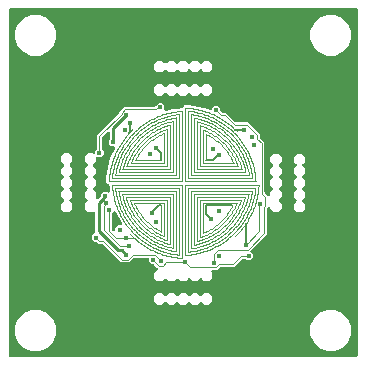
<source format=gbr>
G04 EAGLE Gerber X2 export*
%TF.Part,Single*%
%TF.FileFunction,Copper,L1,Top,Mixed*%
%TF.FilePolarity,Positive*%
%TF.GenerationSoftware,Autodesk,EAGLE,9.0.1*%
%TF.CreationDate,2018-12-20T19:56:33Z*%
G75*
%MOMM*%
%FSLAX34Y34*%
%LPD*%
%AMOC8*
5,1,8,0,0,1.08239X$1,22.5*%
G01*
%ADD10C,0.125000*%
%ADD11C,0.450000*%
%ADD12C,0.127000*%
%ADD13C,0.400000*%
%ADD14C,0.250000*%

G36*
X146589Y-147697D02*
X146589Y-147697D01*
X146714Y-147688D01*
X146745Y-147677D01*
X146777Y-147673D01*
X146894Y-147627D01*
X147013Y-147586D01*
X147040Y-147568D01*
X147070Y-147556D01*
X147171Y-147482D01*
X147277Y-147413D01*
X147298Y-147389D01*
X147324Y-147370D01*
X147404Y-147272D01*
X147488Y-147179D01*
X147503Y-147150D01*
X147524Y-147125D01*
X147577Y-147011D01*
X147635Y-146900D01*
X147639Y-146874D01*
X147656Y-146839D01*
X147712Y-146528D01*
X147709Y-146489D01*
X147713Y-146464D01*
X147713Y146464D01*
X147697Y146589D01*
X147688Y146714D01*
X147677Y146745D01*
X147673Y146777D01*
X147627Y146894D01*
X147586Y147013D01*
X147568Y147040D01*
X147556Y147070D01*
X147482Y147171D01*
X147413Y147277D01*
X147389Y147298D01*
X147370Y147324D01*
X147272Y147404D01*
X147179Y147488D01*
X147150Y147503D01*
X147125Y147524D01*
X147011Y147577D01*
X146900Y147635D01*
X146874Y147639D01*
X146839Y147656D01*
X146528Y147712D01*
X146489Y147709D01*
X146464Y147713D01*
X-146464Y147713D01*
X-146589Y147697D01*
X-146714Y147688D01*
X-146745Y147677D01*
X-146777Y147673D01*
X-146894Y147627D01*
X-147013Y147586D01*
X-147040Y147568D01*
X-147070Y147556D01*
X-147171Y147482D01*
X-147277Y147413D01*
X-147298Y147389D01*
X-147324Y147370D01*
X-147404Y147272D01*
X-147488Y147179D01*
X-147503Y147150D01*
X-147524Y147125D01*
X-147577Y147011D01*
X-147635Y146900D01*
X-147639Y146874D01*
X-147656Y146839D01*
X-147712Y146528D01*
X-147709Y146489D01*
X-147713Y146464D01*
X-147713Y-146464D01*
X-147697Y-146589D01*
X-147688Y-146714D01*
X-147677Y-146745D01*
X-147673Y-146777D01*
X-147627Y-146894D01*
X-147586Y-147013D01*
X-147568Y-147040D01*
X-147556Y-147070D01*
X-147482Y-147171D01*
X-147413Y-147277D01*
X-147389Y-147298D01*
X-147370Y-147324D01*
X-147272Y-147404D01*
X-147179Y-147488D01*
X-147150Y-147503D01*
X-147125Y-147524D01*
X-147011Y-147577D01*
X-146900Y-147635D01*
X-146874Y-147639D01*
X-146839Y-147656D01*
X-146528Y-147712D01*
X-146489Y-147709D01*
X-146464Y-147713D01*
X146464Y-147713D01*
X146589Y-147697D01*
G37*
%LPC*%
G36*
X-21983Y-83287D02*
X-21983Y-83287D01*
X-24787Y-80483D01*
X-24787Y-76517D01*
X-21912Y-73643D01*
X-21835Y-73543D01*
X-21753Y-73448D01*
X-21743Y-73426D01*
X-21737Y-73420D01*
X-21734Y-73412D01*
X-21719Y-73393D01*
X-21669Y-73277D01*
X-21614Y-73165D01*
X-21609Y-73142D01*
X-21605Y-73133D01*
X-21604Y-73124D01*
X-21595Y-73103D01*
X-21576Y-72979D01*
X-21550Y-72856D01*
X-21551Y-72833D01*
X-21549Y-72822D01*
X-21550Y-72813D01*
X-21547Y-72792D01*
X-21560Y-72666D01*
X-21566Y-72541D01*
X-21572Y-72520D01*
X-21573Y-72508D01*
X-21577Y-72497D01*
X-21579Y-72478D01*
X-21622Y-72360D01*
X-21660Y-72240D01*
X-21669Y-72226D01*
X-21675Y-72209D01*
X-21682Y-72199D01*
X-21688Y-72182D01*
X-21777Y-72054D01*
X-21848Y-71946D01*
X-21859Y-71936D01*
X-21868Y-71923D01*
X-21898Y-71897D01*
X-21912Y-71876D01*
X-24515Y-69274D01*
X-24601Y-69207D01*
X-24683Y-69133D01*
X-24726Y-69110D01*
X-24764Y-69081D01*
X-24865Y-69037D01*
X-24962Y-68986D01*
X-24999Y-68980D01*
X-25054Y-68956D01*
X-25366Y-68908D01*
X-25385Y-68910D01*
X-25398Y-68908D01*
X-26825Y-68908D01*
X-28876Y-66857D01*
X-28876Y-64657D01*
X-28892Y-64533D01*
X-28901Y-64407D01*
X-28912Y-64376D01*
X-28916Y-64344D01*
X-28962Y-64228D01*
X-29003Y-64108D01*
X-29021Y-64081D01*
X-29033Y-64051D01*
X-29107Y-63950D01*
X-29176Y-63845D01*
X-29200Y-63823D01*
X-29219Y-63797D01*
X-29317Y-63717D01*
X-29410Y-63633D01*
X-29439Y-63618D01*
X-29464Y-63597D01*
X-29578Y-63545D01*
X-29689Y-63486D01*
X-29715Y-63482D01*
X-29750Y-63466D01*
X-30061Y-63410D01*
X-30100Y-63413D01*
X-30125Y-63408D01*
X-41151Y-63408D01*
X-41260Y-63422D01*
X-41369Y-63427D01*
X-41416Y-63442D01*
X-41464Y-63448D01*
X-41566Y-63489D01*
X-41671Y-63521D01*
X-41701Y-63543D01*
X-41757Y-63565D01*
X-42011Y-63751D01*
X-42023Y-63766D01*
X-42034Y-63774D01*
X-45611Y-67351D01*
X-53022Y-67351D01*
X-68406Y-51967D01*
X-68493Y-51899D01*
X-68574Y-51826D01*
X-68617Y-51803D01*
X-68655Y-51773D01*
X-68757Y-51730D01*
X-68854Y-51679D01*
X-68891Y-51672D01*
X-68945Y-51649D01*
X-69257Y-51601D01*
X-69276Y-51603D01*
X-69289Y-51601D01*
X-71856Y-51601D01*
X-73265Y-50192D01*
X-73351Y-50124D01*
X-73433Y-50051D01*
X-73476Y-50028D01*
X-73514Y-49998D01*
X-73615Y-49955D01*
X-73712Y-49904D01*
X-73749Y-49897D01*
X-73804Y-49874D01*
X-74116Y-49826D01*
X-74135Y-49828D01*
X-74148Y-49826D01*
X-75575Y-49826D01*
X-77626Y-47775D01*
X-77626Y-44875D01*
X-75564Y-42813D01*
X-75525Y-42808D01*
X-75400Y-42799D01*
X-75369Y-42788D01*
X-75337Y-42784D01*
X-75220Y-42738D01*
X-75101Y-42697D01*
X-75074Y-42679D01*
X-75044Y-42667D01*
X-74943Y-42593D01*
X-74837Y-42524D01*
X-74816Y-42500D01*
X-74790Y-42481D01*
X-74710Y-42383D01*
X-74626Y-42290D01*
X-74611Y-42261D01*
X-74590Y-42236D01*
X-74537Y-42122D01*
X-74479Y-42011D01*
X-74475Y-41985D01*
X-74458Y-41950D01*
X-74402Y-41639D01*
X-74405Y-41605D01*
X-74402Y-41591D01*
X-74403Y-41586D01*
X-74401Y-41575D01*
X-74401Y-25486D01*
X-74419Y-25346D01*
X-74433Y-25204D01*
X-74439Y-25189D01*
X-74441Y-25173D01*
X-74493Y-25041D01*
X-74542Y-24908D01*
X-74552Y-24895D01*
X-74558Y-24880D01*
X-74642Y-24765D01*
X-74722Y-24649D01*
X-74735Y-24639D01*
X-74744Y-24626D01*
X-74854Y-24536D01*
X-74962Y-24444D01*
X-74976Y-24437D01*
X-74989Y-24426D01*
X-75117Y-24367D01*
X-75245Y-24304D01*
X-75261Y-24301D01*
X-75275Y-24294D01*
X-75415Y-24269D01*
X-75554Y-24241D01*
X-75570Y-24241D01*
X-75586Y-24239D01*
X-75727Y-24249D01*
X-75869Y-24256D01*
X-75884Y-24261D01*
X-75900Y-24262D01*
X-76035Y-24308D01*
X-76170Y-24350D01*
X-76181Y-24358D01*
X-76199Y-24364D01*
X-76463Y-24537D01*
X-76503Y-24581D01*
X-76533Y-24603D01*
X-76617Y-24687D01*
X-80583Y-24687D01*
X-83387Y-21883D01*
X-83387Y-17917D01*
X-81253Y-15783D01*
X-81176Y-15684D01*
X-81094Y-15588D01*
X-81079Y-15559D01*
X-81060Y-15534D01*
X-81010Y-15418D01*
X-80954Y-15305D01*
X-80948Y-15274D01*
X-80935Y-15244D01*
X-80916Y-15119D01*
X-80891Y-14996D01*
X-80892Y-14964D01*
X-80887Y-14932D01*
X-80900Y-14807D01*
X-80906Y-14681D01*
X-80916Y-14650D01*
X-80919Y-14618D01*
X-80963Y-14500D01*
X-81000Y-14380D01*
X-81015Y-14359D01*
X-81029Y-14322D01*
X-81209Y-14063D01*
X-81238Y-14038D01*
X-81253Y-14017D01*
X-83387Y-11883D01*
X-83387Y-7917D01*
X-81253Y-5783D01*
X-81176Y-5684D01*
X-81094Y-5588D01*
X-81079Y-5559D01*
X-81060Y-5534D01*
X-81010Y-5418D01*
X-80954Y-5305D01*
X-80948Y-5274D01*
X-80935Y-5244D01*
X-80916Y-5119D01*
X-80891Y-4996D01*
X-80892Y-4964D01*
X-80887Y-4932D01*
X-80900Y-4807D01*
X-80906Y-4681D01*
X-80916Y-4650D01*
X-80919Y-4618D01*
X-80963Y-4500D01*
X-81000Y-4380D01*
X-81015Y-4359D01*
X-81029Y-4322D01*
X-81209Y-4063D01*
X-81238Y-4038D01*
X-81253Y-4017D01*
X-83387Y-1883D01*
X-83387Y2083D01*
X-81253Y4217D01*
X-81176Y4316D01*
X-81094Y4412D01*
X-81079Y4441D01*
X-81060Y4466D01*
X-81010Y4582D01*
X-80954Y4695D01*
X-80948Y4726D01*
X-80935Y4756D01*
X-80916Y4881D01*
X-80891Y5004D01*
X-80892Y5036D01*
X-80887Y5068D01*
X-80900Y5193D01*
X-80906Y5319D01*
X-80916Y5350D01*
X-80919Y5382D01*
X-80963Y5500D01*
X-81000Y5620D01*
X-81015Y5641D01*
X-81029Y5678D01*
X-81209Y5937D01*
X-81238Y5962D01*
X-81253Y5983D01*
X-83387Y8117D01*
X-83387Y12083D01*
X-81253Y14217D01*
X-81176Y14316D01*
X-81094Y14412D01*
X-81079Y14441D01*
X-81060Y14466D01*
X-81010Y14582D01*
X-80954Y14695D01*
X-80948Y14726D01*
X-80935Y14756D01*
X-80916Y14881D01*
X-80891Y15004D01*
X-80892Y15036D01*
X-80887Y15068D01*
X-80900Y15193D01*
X-80906Y15319D01*
X-80916Y15350D01*
X-80919Y15382D01*
X-80963Y15500D01*
X-81000Y15620D01*
X-81015Y15641D01*
X-81029Y15678D01*
X-81209Y15937D01*
X-81238Y15962D01*
X-81253Y15983D01*
X-83387Y18117D01*
X-83387Y22083D01*
X-80583Y24887D01*
X-76617Y24887D01*
X-76600Y24870D01*
X-76488Y24783D01*
X-76378Y24693D01*
X-76363Y24686D01*
X-76351Y24676D01*
X-76221Y24621D01*
X-76092Y24561D01*
X-76076Y24558D01*
X-76061Y24552D01*
X-75921Y24530D01*
X-75781Y24505D01*
X-75765Y24507D01*
X-75749Y24504D01*
X-75608Y24518D01*
X-75466Y24529D01*
X-75451Y24534D01*
X-75435Y24536D01*
X-75302Y24585D01*
X-75168Y24631D01*
X-75154Y24640D01*
X-75139Y24645D01*
X-75023Y24726D01*
X-74904Y24804D01*
X-74893Y24816D01*
X-74880Y24825D01*
X-74788Y24932D01*
X-74692Y25038D01*
X-74685Y25052D01*
X-74674Y25065D01*
X-74612Y25192D01*
X-74546Y25317D01*
X-74544Y25330D01*
X-74535Y25348D01*
X-74471Y25657D01*
X-74474Y25716D01*
X-74468Y25753D01*
X-74468Y27017D01*
X-73458Y28026D01*
X-73391Y28113D01*
X-73317Y28194D01*
X-73295Y28237D01*
X-73265Y28275D01*
X-73222Y28376D01*
X-73171Y28474D01*
X-73164Y28511D01*
X-73141Y28565D01*
X-73093Y28877D01*
X-73095Y28896D01*
X-73093Y28909D01*
X-73093Y40187D01*
X-54717Y58563D01*
X-54649Y58649D01*
X-54576Y58731D01*
X-54553Y58774D01*
X-54523Y58812D01*
X-54480Y58913D01*
X-54429Y59010D01*
X-54422Y59047D01*
X-54399Y59102D01*
X-54351Y59414D01*
X-54353Y59433D01*
X-54351Y59446D01*
X-54351Y60289D01*
X-50311Y64329D01*
X-24539Y64329D01*
X-24430Y64343D01*
X-24320Y64348D01*
X-24274Y64363D01*
X-24226Y64369D01*
X-24124Y64410D01*
X-24019Y64442D01*
X-23989Y64464D01*
X-23933Y64486D01*
X-23679Y64672D01*
X-23667Y64687D01*
X-23656Y64695D01*
X-23267Y65084D01*
X-20850Y67501D01*
X-17950Y67501D01*
X-15899Y65450D01*
X-15899Y62124D01*
X-15880Y61973D01*
X-15876Y61944D01*
X-15874Y61910D01*
X-15871Y61903D01*
X-15861Y61817D01*
X-15860Y61814D01*
X-15859Y61811D01*
X-15802Y61667D01*
X-15745Y61524D01*
X-15744Y61521D01*
X-15742Y61518D01*
X-15646Y61387D01*
X-15560Y61268D01*
X-15558Y61266D01*
X-15556Y61264D01*
X-15434Y61164D01*
X-15316Y61068D01*
X-15314Y61066D01*
X-15311Y61065D01*
X-15168Y60999D01*
X-15030Y60934D01*
X-15027Y60934D01*
X-15025Y60933D01*
X-14872Y60905D01*
X-14720Y60877D01*
X-14718Y60877D01*
X-14714Y60877D01*
X-14400Y60900D01*
X-14327Y60925D01*
X-14281Y60931D01*
X-9550Y62394D01*
X-2552Y62868D01*
X-2486Y62881D01*
X-2418Y62885D01*
X-2332Y62912D01*
X-2243Y62929D01*
X-2182Y62959D01*
X-2181Y62959D01*
X-1453Y62959D01*
X-1328Y62975D01*
X-1203Y62984D01*
X-1172Y62995D01*
X-1140Y62999D01*
X-1023Y63045D01*
X-904Y63086D01*
X-877Y63104D01*
X-847Y63116D01*
X-745Y63190D01*
X-640Y63259D01*
X-619Y63283D01*
X-593Y63302D01*
X-513Y63400D01*
X-428Y63493D01*
X-413Y63522D01*
X-393Y63547D01*
X-340Y63661D01*
X-282Y63773D01*
X-277Y63798D01*
X-261Y63833D01*
X-205Y64144D01*
X-208Y64183D01*
X-204Y64208D01*
X-204Y64531D01*
X438Y65092D01*
X472Y65130D01*
X499Y65149D01*
X1101Y65751D01*
X1336Y65736D01*
X1654Y65714D01*
X1952Y65694D01*
X2002Y65697D01*
X2035Y65692D01*
X2966Y65692D01*
X3068Y65648D01*
X3272Y65617D01*
X3329Y65602D01*
X4125Y65549D01*
X4126Y65549D01*
X8998Y65223D01*
X21164Y62094D01*
X22522Y61461D01*
X22600Y61436D01*
X22675Y61401D01*
X22750Y61388D01*
X22822Y61365D01*
X22905Y61360D01*
X22986Y61345D01*
X23061Y61351D01*
X23137Y61347D01*
X23218Y61363D01*
X23300Y61369D01*
X23372Y61393D01*
X23447Y61408D01*
X23521Y61444D01*
X23599Y61471D01*
X23663Y61512D01*
X23731Y61545D01*
X23794Y61599D01*
X23863Y61644D01*
X23914Y61700D01*
X23971Y61749D01*
X24019Y61817D01*
X24074Y61878D01*
X24110Y61945D01*
X24153Y62007D01*
X24183Y62084D01*
X24221Y62157D01*
X24231Y62211D01*
X24265Y62302D01*
X24292Y62555D01*
X24299Y62593D01*
X24299Y63250D01*
X26350Y65301D01*
X29250Y65301D01*
X31301Y63250D01*
X31301Y61823D01*
X31315Y61714D01*
X31320Y61604D01*
X31334Y61558D01*
X31341Y61510D01*
X31381Y61408D01*
X31414Y61303D01*
X31436Y61272D01*
X31458Y61217D01*
X31644Y60963D01*
X31659Y60950D01*
X31667Y60940D01*
X32776Y59830D01*
X32863Y59763D01*
X32944Y59689D01*
X32987Y59667D01*
X33025Y59637D01*
X33126Y59594D01*
X33224Y59543D01*
X33261Y59536D01*
X33315Y59513D01*
X33627Y59465D01*
X33646Y59467D01*
X33659Y59465D01*
X36544Y59465D01*
X44242Y51767D01*
X44329Y51699D01*
X44410Y51626D01*
X44453Y51603D01*
X44491Y51573D01*
X44593Y51530D01*
X44690Y51479D01*
X44727Y51472D01*
X44781Y51449D01*
X45093Y51401D01*
X45112Y51403D01*
X45125Y51401D01*
X55093Y51401D01*
X64901Y41593D01*
X64901Y38809D01*
X64915Y38700D01*
X64920Y38590D01*
X64934Y38544D01*
X64941Y38496D01*
X64981Y38394D01*
X65014Y38289D01*
X65036Y38258D01*
X65058Y38203D01*
X65244Y37948D01*
X65259Y37936D01*
X65267Y37925D01*
X68812Y34381D01*
X68812Y-7802D01*
X68825Y-7911D01*
X68831Y-8021D01*
X68836Y-8038D01*
X68837Y-8048D01*
X68846Y-8075D01*
X68851Y-8115D01*
X68892Y-8217D01*
X68925Y-8322D01*
X68936Y-8337D01*
X68939Y-8346D01*
X68952Y-8366D01*
X68968Y-8408D01*
X69073Y-8550D01*
X69112Y-8610D01*
X69126Y-8622D01*
X69155Y-8662D01*
X69170Y-8675D01*
X69177Y-8685D01*
X71581Y-11089D01*
X71692Y-11175D01*
X71803Y-11265D01*
X71817Y-11272D01*
X71830Y-11282D01*
X71960Y-11338D01*
X72089Y-11397D01*
X72105Y-11400D01*
X72120Y-11406D01*
X72261Y-11428D01*
X72400Y-11453D01*
X72416Y-11452D01*
X72432Y-11454D01*
X72573Y-11440D01*
X72714Y-11429D01*
X72730Y-11424D01*
X72746Y-11422D01*
X72878Y-11373D01*
X73013Y-11327D01*
X73027Y-11319D01*
X73042Y-11313D01*
X73158Y-11232D01*
X73277Y-11154D01*
X73288Y-11142D01*
X73301Y-11133D01*
X73393Y-11026D01*
X73488Y-10920D01*
X73496Y-10906D01*
X73506Y-10894D01*
X73569Y-10767D01*
X73635Y-10641D01*
X73637Y-10628D01*
X73646Y-10611D01*
X73710Y-10302D01*
X73707Y-10242D01*
X73713Y-10205D01*
X73713Y-8017D01*
X75847Y-5883D01*
X75924Y-5784D01*
X76006Y-5688D01*
X76021Y-5659D01*
X76040Y-5634D01*
X76090Y-5518D01*
X76146Y-5405D01*
X76152Y-5374D01*
X76165Y-5344D01*
X76184Y-5219D01*
X76209Y-5096D01*
X76208Y-5064D01*
X76213Y-5032D01*
X76200Y-4907D01*
X76194Y-4781D01*
X76184Y-4750D01*
X76181Y-4718D01*
X76137Y-4600D01*
X76100Y-4480D01*
X76085Y-4459D01*
X76071Y-4422D01*
X75891Y-4163D01*
X75862Y-4138D01*
X75847Y-4117D01*
X73713Y-1983D01*
X73713Y1983D01*
X75847Y4117D01*
X75924Y4216D01*
X76006Y4312D01*
X76021Y4341D01*
X76040Y4366D01*
X76090Y4482D01*
X76146Y4595D01*
X76152Y4626D01*
X76165Y4656D01*
X76184Y4781D01*
X76209Y4904D01*
X76208Y4936D01*
X76213Y4968D01*
X76200Y5093D01*
X76194Y5219D01*
X76184Y5250D01*
X76181Y5282D01*
X76137Y5400D01*
X76100Y5520D01*
X76085Y5541D01*
X76071Y5578D01*
X75891Y5837D01*
X75862Y5862D01*
X75847Y5883D01*
X73713Y8017D01*
X73713Y11983D01*
X75847Y14117D01*
X75924Y14216D01*
X76006Y14312D01*
X76021Y14341D01*
X76040Y14366D01*
X76090Y14482D01*
X76146Y14595D01*
X76152Y14626D01*
X76165Y14656D01*
X76184Y14781D01*
X76209Y14904D01*
X76208Y14936D01*
X76213Y14968D01*
X76200Y15093D01*
X76194Y15219D01*
X76184Y15250D01*
X76181Y15282D01*
X76137Y15400D01*
X76100Y15520D01*
X76085Y15541D01*
X76071Y15578D01*
X75891Y15837D01*
X75862Y15862D01*
X75847Y15883D01*
X73713Y18017D01*
X73713Y21983D01*
X76517Y24787D01*
X80483Y24787D01*
X83287Y21983D01*
X83287Y18017D01*
X81153Y15883D01*
X81076Y15784D01*
X80994Y15688D01*
X80979Y15659D01*
X80960Y15634D01*
X80910Y15518D01*
X80854Y15405D01*
X80848Y15374D01*
X80835Y15344D01*
X80816Y15219D01*
X80791Y15096D01*
X80792Y15064D01*
X80787Y15032D01*
X80800Y14907D01*
X80806Y14781D01*
X80816Y14750D01*
X80819Y14718D01*
X80863Y14600D01*
X80900Y14480D01*
X80915Y14459D01*
X80929Y14422D01*
X81109Y14163D01*
X81138Y14138D01*
X81153Y14117D01*
X83287Y11983D01*
X83287Y8017D01*
X81153Y5883D01*
X81076Y5784D01*
X80994Y5688D01*
X80979Y5659D01*
X80960Y5634D01*
X80910Y5518D01*
X80854Y5405D01*
X80848Y5374D01*
X80835Y5344D01*
X80816Y5219D01*
X80791Y5096D01*
X80792Y5064D01*
X80787Y5032D01*
X80800Y4907D01*
X80806Y4781D01*
X80816Y4750D01*
X80819Y4718D01*
X80863Y4600D01*
X80900Y4480D01*
X80915Y4459D01*
X80929Y4422D01*
X81109Y4163D01*
X81138Y4138D01*
X81153Y4117D01*
X83287Y1983D01*
X83287Y-1983D01*
X81153Y-4117D01*
X81076Y-4216D01*
X80994Y-4312D01*
X80979Y-4341D01*
X80960Y-4366D01*
X80910Y-4482D01*
X80854Y-4595D01*
X80848Y-4626D01*
X80835Y-4656D01*
X80816Y-4781D01*
X80791Y-4904D01*
X80792Y-4936D01*
X80787Y-4968D01*
X80800Y-5093D01*
X80806Y-5219D01*
X80816Y-5250D01*
X80819Y-5282D01*
X80863Y-5400D01*
X80900Y-5520D01*
X80915Y-5541D01*
X80929Y-5578D01*
X81109Y-5837D01*
X81138Y-5862D01*
X81153Y-5883D01*
X83287Y-8017D01*
X83287Y-11983D01*
X81153Y-14117D01*
X81076Y-14216D01*
X80994Y-14312D01*
X80979Y-14341D01*
X80960Y-14366D01*
X80910Y-14482D01*
X80854Y-14595D01*
X80848Y-14626D01*
X80835Y-14656D01*
X80816Y-14781D01*
X80791Y-14904D01*
X80792Y-14936D01*
X80787Y-14968D01*
X80800Y-15093D01*
X80806Y-15219D01*
X80816Y-15250D01*
X80819Y-15282D01*
X80863Y-15400D01*
X80900Y-15520D01*
X80915Y-15541D01*
X80929Y-15578D01*
X81109Y-15837D01*
X81138Y-15862D01*
X81153Y-15883D01*
X83287Y-18017D01*
X83287Y-21983D01*
X80483Y-24787D01*
X76517Y-24787D01*
X73713Y-21983D01*
X73713Y-21415D01*
X73695Y-21275D01*
X73681Y-21134D01*
X73675Y-21118D01*
X73673Y-21102D01*
X73621Y-20971D01*
X73572Y-20838D01*
X73562Y-20824D01*
X73556Y-20809D01*
X73472Y-20695D01*
X73392Y-20579D01*
X73379Y-20568D01*
X73370Y-20555D01*
X73260Y-20465D01*
X73152Y-20373D01*
X73138Y-20366D01*
X73125Y-20356D01*
X72996Y-20296D01*
X72869Y-20234D01*
X72854Y-20230D01*
X72839Y-20224D01*
X72699Y-20198D01*
X72560Y-20170D01*
X72544Y-20171D01*
X72528Y-20168D01*
X72387Y-20178D01*
X72245Y-20185D01*
X72230Y-20190D01*
X72214Y-20191D01*
X72079Y-20237D01*
X71944Y-20279D01*
X71933Y-20287D01*
X71915Y-20293D01*
X71651Y-20467D01*
X71611Y-20511D01*
X71581Y-20532D01*
X71051Y-21061D01*
X70984Y-21148D01*
X70910Y-21230D01*
X70888Y-21273D01*
X70858Y-21311D01*
X70815Y-21412D01*
X70764Y-21509D01*
X70757Y-21546D01*
X70734Y-21601D01*
X70686Y-21913D01*
X70688Y-21932D01*
X70685Y-21945D01*
X70685Y-43708D01*
X57205Y-57188D01*
X57128Y-57288D01*
X57046Y-57383D01*
X57032Y-57412D01*
X57012Y-57437D01*
X56963Y-57553D01*
X56907Y-57666D01*
X56901Y-57698D01*
X56888Y-57727D01*
X56869Y-57852D01*
X56843Y-57975D01*
X56845Y-58007D01*
X56840Y-58039D01*
X56853Y-58165D01*
X56859Y-58290D01*
X56868Y-58321D01*
X56872Y-58353D01*
X56915Y-58471D01*
X56953Y-58591D01*
X56968Y-58613D01*
X56981Y-58649D01*
X57161Y-58908D01*
X57191Y-58933D01*
X57205Y-58955D01*
X59001Y-60750D01*
X59001Y-63650D01*
X56950Y-65701D01*
X54050Y-65701D01*
X53041Y-64692D01*
X52954Y-64624D01*
X52872Y-64551D01*
X52830Y-64528D01*
X52791Y-64498D01*
X52690Y-64455D01*
X52593Y-64404D01*
X52556Y-64397D01*
X52501Y-64374D01*
X52190Y-64326D01*
X52170Y-64328D01*
X52157Y-64326D01*
X50509Y-64326D01*
X50400Y-64340D01*
X50291Y-64345D01*
X50244Y-64359D01*
X50197Y-64366D01*
X50094Y-64406D01*
X49989Y-64439D01*
X49959Y-64461D01*
X49903Y-64483D01*
X49649Y-64669D01*
X49637Y-64684D01*
X49626Y-64692D01*
X43281Y-71037D01*
X31993Y-71037D01*
X31884Y-71051D01*
X31774Y-71057D01*
X31728Y-71071D01*
X31680Y-71077D01*
X31578Y-71118D01*
X31473Y-71151D01*
X31442Y-71172D01*
X31387Y-71194D01*
X31133Y-71381D01*
X31121Y-71396D01*
X31110Y-71403D01*
X28776Y-73737D01*
X25023Y-73737D01*
X24882Y-73755D01*
X24741Y-73769D01*
X24726Y-73775D01*
X24710Y-73777D01*
X24578Y-73830D01*
X24445Y-73879D01*
X24432Y-73888D01*
X24417Y-73894D01*
X24302Y-73978D01*
X24186Y-74059D01*
X24175Y-74071D01*
X24162Y-74081D01*
X24073Y-74190D01*
X23980Y-74298D01*
X23973Y-74313D01*
X23963Y-74325D01*
X23903Y-74454D01*
X23841Y-74581D01*
X23838Y-74597D01*
X23831Y-74612D01*
X23806Y-74752D01*
X23777Y-74890D01*
X23778Y-74906D01*
X23775Y-74922D01*
X23786Y-75064D01*
X23793Y-75205D01*
X23798Y-75221D01*
X23799Y-75237D01*
X23845Y-75371D01*
X23887Y-75506D01*
X23894Y-75517D01*
X23900Y-75536D01*
X24074Y-75799D01*
X24118Y-75839D01*
X24139Y-75870D01*
X24787Y-76517D01*
X24787Y-80483D01*
X21983Y-83287D01*
X18017Y-83287D01*
X15883Y-81153D01*
X15784Y-81076D01*
X15688Y-80994D01*
X15659Y-80979D01*
X15634Y-80960D01*
X15518Y-80910D01*
X15405Y-80854D01*
X15374Y-80848D01*
X15344Y-80835D01*
X15219Y-80816D01*
X15096Y-80791D01*
X15064Y-80792D01*
X15032Y-80787D01*
X14907Y-80800D01*
X14781Y-80806D01*
X14750Y-80816D01*
X14718Y-80819D01*
X14600Y-80863D01*
X14480Y-80900D01*
X14459Y-80915D01*
X14422Y-80929D01*
X14163Y-81109D01*
X14138Y-81138D01*
X14117Y-81153D01*
X11983Y-83287D01*
X8017Y-83287D01*
X5883Y-81153D01*
X5784Y-81076D01*
X5688Y-80994D01*
X5659Y-80979D01*
X5634Y-80960D01*
X5518Y-80910D01*
X5405Y-80854D01*
X5374Y-80848D01*
X5344Y-80835D01*
X5219Y-80816D01*
X5096Y-80791D01*
X5064Y-80792D01*
X5032Y-80787D01*
X4907Y-80800D01*
X4781Y-80806D01*
X4750Y-80816D01*
X4718Y-80819D01*
X4600Y-80863D01*
X4480Y-80900D01*
X4459Y-80915D01*
X4422Y-80929D01*
X4163Y-81109D01*
X4138Y-81138D01*
X4117Y-81153D01*
X1983Y-83287D01*
X-1983Y-83287D01*
X-4117Y-81153D01*
X-4216Y-81076D01*
X-4312Y-80994D01*
X-4341Y-80979D01*
X-4366Y-80960D01*
X-4482Y-80910D01*
X-4595Y-80854D01*
X-4626Y-80848D01*
X-4656Y-80835D01*
X-4781Y-80816D01*
X-4904Y-80791D01*
X-4936Y-80792D01*
X-4968Y-80787D01*
X-5093Y-80800D01*
X-5219Y-80806D01*
X-5250Y-80816D01*
X-5282Y-80819D01*
X-5400Y-80863D01*
X-5520Y-80900D01*
X-5541Y-80915D01*
X-5578Y-80929D01*
X-5837Y-81109D01*
X-5862Y-81138D01*
X-5883Y-81153D01*
X-8017Y-83287D01*
X-11983Y-83287D01*
X-14117Y-81153D01*
X-14216Y-81076D01*
X-14312Y-80994D01*
X-14341Y-80979D01*
X-14366Y-80960D01*
X-14482Y-80910D01*
X-14595Y-80854D01*
X-14626Y-80848D01*
X-14656Y-80835D01*
X-14781Y-80816D01*
X-14904Y-80791D01*
X-14936Y-80792D01*
X-14968Y-80787D01*
X-15093Y-80800D01*
X-15219Y-80806D01*
X-15250Y-80816D01*
X-15282Y-80819D01*
X-15400Y-80863D01*
X-15520Y-80900D01*
X-15541Y-80915D01*
X-15578Y-80929D01*
X-15837Y-81109D01*
X-15862Y-81138D01*
X-15883Y-81153D01*
X-18017Y-83287D01*
X-21983Y-83287D01*
G37*
%LPD*%
%LPC*%
G36*
X121561Y107713D02*
X121561Y107713D01*
X115208Y110345D01*
X110345Y115208D01*
X107713Y121561D01*
X107713Y128439D01*
X110345Y134792D01*
X115208Y139655D01*
X121561Y142287D01*
X128439Y142287D01*
X134792Y139655D01*
X139655Y134792D01*
X142287Y128439D01*
X142287Y121561D01*
X139655Y115208D01*
X134792Y110345D01*
X128439Y107713D01*
X121561Y107713D01*
G37*
%LPD*%
%LPC*%
G36*
X-128439Y107713D02*
X-128439Y107713D01*
X-134792Y110345D01*
X-139655Y115208D01*
X-142287Y121561D01*
X-142287Y128439D01*
X-139655Y134792D01*
X-134792Y139655D01*
X-128439Y142287D01*
X-121561Y142287D01*
X-115208Y139655D01*
X-110345Y134792D01*
X-107713Y128439D01*
X-107713Y121561D01*
X-110345Y115208D01*
X-115208Y110345D01*
X-121561Y107713D01*
X-128439Y107713D01*
G37*
%LPD*%
%LPC*%
G36*
X121561Y-142287D02*
X121561Y-142287D01*
X115208Y-139655D01*
X110345Y-134792D01*
X107713Y-128439D01*
X107713Y-121561D01*
X110345Y-115208D01*
X115208Y-110345D01*
X121561Y-107713D01*
X128439Y-107713D01*
X134792Y-110345D01*
X139655Y-115208D01*
X142287Y-121561D01*
X142287Y-128439D01*
X139655Y-134792D01*
X134792Y-139655D01*
X128439Y-142287D01*
X121561Y-142287D01*
G37*
%LPD*%
%LPC*%
G36*
X-128439Y-142287D02*
X-128439Y-142287D01*
X-134792Y-139655D01*
X-139655Y-134792D01*
X-142287Y-128439D01*
X-142287Y-121561D01*
X-139655Y-115208D01*
X-134792Y-110345D01*
X-128439Y-107713D01*
X-121561Y-107713D01*
X-115208Y-110345D01*
X-110345Y-115208D01*
X-107713Y-121561D01*
X-107713Y-128439D01*
X-110345Y-134792D01*
X-115208Y-139655D01*
X-121561Y-142287D01*
X-128439Y-142287D01*
G37*
%LPD*%
G36*
X-72487Y-13627D02*
X-72487Y-13627D01*
X-72345Y-13620D01*
X-72330Y-13615D01*
X-72314Y-13614D01*
X-72179Y-13568D01*
X-72044Y-13526D01*
X-72033Y-13518D01*
X-72015Y-13512D01*
X-71751Y-13338D01*
X-71711Y-13294D01*
X-71681Y-13273D01*
X-69667Y-11259D01*
X-69599Y-11172D01*
X-69526Y-11091D01*
X-69503Y-11048D01*
X-69473Y-11009D01*
X-69430Y-10908D01*
X-69379Y-10811D01*
X-69372Y-10774D01*
X-69349Y-10720D01*
X-69301Y-10408D01*
X-69303Y-10389D01*
X-69301Y-10376D01*
X-69301Y-9850D01*
X-67250Y-7799D01*
X-64350Y-7799D01*
X-64241Y-7908D01*
X-64221Y-7924D01*
X-64203Y-7944D01*
X-64096Y-8020D01*
X-63992Y-8101D01*
X-63968Y-8111D01*
X-63946Y-8127D01*
X-63823Y-8174D01*
X-63702Y-8226D01*
X-63676Y-8230D01*
X-63651Y-8239D01*
X-63520Y-8253D01*
X-63390Y-8273D01*
X-63364Y-8271D01*
X-63338Y-8274D01*
X-63207Y-8255D01*
X-63076Y-8242D01*
X-63051Y-8232D01*
X-63025Y-8229D01*
X-62904Y-8178D01*
X-62780Y-8132D01*
X-62759Y-8117D01*
X-62734Y-8107D01*
X-62629Y-8027D01*
X-62521Y-7952D01*
X-62504Y-7932D01*
X-62483Y-7916D01*
X-62401Y-7813D01*
X-62315Y-7713D01*
X-62304Y-7689D01*
X-62288Y-7669D01*
X-62234Y-7548D01*
X-62176Y-7430D01*
X-62171Y-7404D01*
X-62160Y-7380D01*
X-62154Y-7321D01*
X-62112Y-7121D01*
X-62118Y-7001D01*
X-62112Y-6940D01*
X-62368Y-3152D01*
X-62381Y-3086D01*
X-62385Y-3018D01*
X-62412Y-2931D01*
X-62429Y-2843D01*
X-62459Y-2782D01*
X-62459Y-2781D01*
X-62459Y-1860D01*
X-62465Y-1809D01*
X-62462Y-1776D01*
X-62462Y-1769D01*
X-62478Y-1687D01*
X-62485Y-1603D01*
X-62496Y-1570D01*
X-62499Y-1547D01*
X-62513Y-1512D01*
X-62523Y-1460D01*
X-62559Y-1384D01*
X-62586Y-1304D01*
X-62610Y-1268D01*
X-62616Y-1254D01*
X-62632Y-1231D01*
X-62659Y-1175D01*
X-62713Y-1111D01*
X-62760Y-1040D01*
X-62798Y-1006D01*
X-62802Y-1000D01*
X-62818Y-987D01*
X-62862Y-934D01*
X-62931Y-885D01*
X-62994Y-828D01*
X-63045Y-802D01*
X-63047Y-800D01*
X-63055Y-796D01*
X-63059Y-794D01*
X-63120Y-751D01*
X-63198Y-721D01*
X-63273Y-682D01*
X-63323Y-673D01*
X-63333Y-668D01*
X-63341Y-667D01*
X-63414Y-639D01*
X-63631Y-615D01*
X-63644Y-612D01*
X-63649Y-613D01*
X-63675Y-610D01*
X-63709Y-604D01*
X-64031Y-604D01*
X-64592Y38D01*
X-64630Y72D01*
X-64649Y99D01*
X-65251Y701D01*
X-65236Y936D01*
X-65215Y1248D01*
X-65215Y1249D01*
X-65194Y1552D01*
X-65197Y1602D01*
X-65192Y1635D01*
X-65192Y2566D01*
X-65148Y2668D01*
X-65117Y2872D01*
X-65102Y2929D01*
X-65049Y3725D01*
X-65049Y3726D01*
X-64723Y8598D01*
X-61594Y20764D01*
X-57741Y29022D01*
X-57716Y29100D01*
X-57681Y29175D01*
X-57668Y29250D01*
X-57645Y29322D01*
X-57640Y29405D01*
X-57626Y29486D01*
X-57631Y29562D01*
X-57627Y29637D01*
X-57643Y29718D01*
X-57649Y29800D01*
X-57674Y29872D01*
X-57689Y29947D01*
X-57724Y30021D01*
X-57751Y30099D01*
X-57793Y30163D01*
X-57826Y30231D01*
X-57879Y30294D01*
X-57924Y30363D01*
X-57981Y30414D01*
X-58030Y30471D01*
X-58097Y30519D01*
X-58158Y30574D01*
X-58226Y30610D01*
X-58287Y30653D01*
X-58365Y30683D01*
X-58438Y30721D01*
X-58492Y30731D01*
X-58583Y30765D01*
X-58835Y30792D01*
X-58873Y30799D01*
X-60850Y30799D01*
X-62901Y32850D01*
X-62901Y35750D01*
X-62517Y36134D01*
X-62449Y36221D01*
X-62376Y36303D01*
X-62353Y36345D01*
X-62323Y36384D01*
X-62280Y36485D01*
X-62229Y36582D01*
X-62222Y36619D01*
X-62199Y36674D01*
X-62151Y36985D01*
X-62153Y37005D01*
X-62151Y37018D01*
X-62151Y42100D01*
X-62169Y42240D01*
X-62183Y42382D01*
X-62189Y42397D01*
X-62191Y42413D01*
X-62243Y42545D01*
X-62292Y42678D01*
X-62302Y42691D01*
X-62308Y42706D01*
X-62392Y42821D01*
X-62472Y42937D01*
X-62485Y42947D01*
X-62494Y42960D01*
X-62604Y43050D01*
X-62712Y43143D01*
X-62726Y43150D01*
X-62739Y43160D01*
X-62868Y43219D01*
X-62995Y43282D01*
X-63011Y43285D01*
X-63025Y43292D01*
X-63165Y43317D01*
X-63304Y43346D01*
X-63320Y43345D01*
X-63336Y43348D01*
X-63477Y43337D01*
X-63619Y43330D01*
X-63634Y43325D01*
X-63650Y43324D01*
X-63785Y43278D01*
X-63920Y43236D01*
X-63931Y43228D01*
X-63949Y43222D01*
X-64213Y43049D01*
X-64253Y43005D01*
X-64283Y42983D01*
X-68475Y38792D01*
X-68542Y38705D01*
X-68616Y38623D01*
X-68639Y38580D01*
X-68668Y38542D01*
X-68712Y38441D01*
X-68763Y38344D01*
X-68769Y38307D01*
X-68793Y38252D01*
X-68841Y37940D01*
X-68839Y37921D01*
X-68841Y37908D01*
X-68841Y28909D01*
X-68827Y28800D01*
X-68822Y28690D01*
X-68807Y28644D01*
X-68801Y28596D01*
X-68760Y28494D01*
X-68728Y28389D01*
X-68706Y28359D01*
X-68684Y28303D01*
X-68498Y28049D01*
X-68483Y28037D01*
X-68475Y28026D01*
X-67466Y27017D01*
X-67466Y24117D01*
X-69517Y22066D01*
X-72564Y22066D01*
X-72689Y22050D01*
X-72814Y22041D01*
X-72845Y22030D01*
X-72877Y22026D01*
X-72994Y21980D01*
X-73113Y21939D01*
X-73140Y21921D01*
X-73170Y21909D01*
X-73271Y21835D01*
X-73377Y21766D01*
X-73398Y21742D01*
X-73424Y21723D01*
X-73504Y21625D01*
X-73588Y21532D01*
X-73603Y21503D01*
X-73624Y21478D01*
X-73677Y21364D01*
X-73735Y21252D01*
X-73739Y21227D01*
X-73756Y21192D01*
X-73812Y20881D01*
X-73809Y20842D01*
X-73813Y20817D01*
X-73813Y18117D01*
X-75947Y15983D01*
X-76024Y15884D01*
X-76106Y15788D01*
X-76121Y15759D01*
X-76140Y15734D01*
X-76190Y15618D01*
X-76246Y15505D01*
X-76252Y15474D01*
X-76265Y15444D01*
X-76284Y15319D01*
X-76309Y15196D01*
X-76308Y15164D01*
X-76313Y15132D01*
X-76300Y15007D01*
X-76294Y14881D01*
X-76284Y14850D01*
X-76281Y14818D01*
X-76237Y14700D01*
X-76200Y14580D01*
X-76185Y14559D01*
X-76171Y14522D01*
X-75991Y14263D01*
X-75962Y14238D01*
X-75947Y14217D01*
X-73813Y12083D01*
X-73813Y8117D01*
X-75947Y5983D01*
X-76024Y5884D01*
X-76106Y5788D01*
X-76121Y5759D01*
X-76140Y5734D01*
X-76190Y5618D01*
X-76246Y5505D01*
X-76252Y5474D01*
X-76265Y5444D01*
X-76284Y5319D01*
X-76309Y5196D01*
X-76308Y5164D01*
X-76313Y5132D01*
X-76300Y5007D01*
X-76294Y4881D01*
X-76284Y4850D01*
X-76281Y4818D01*
X-76237Y4700D01*
X-76200Y4580D01*
X-76185Y4559D01*
X-76171Y4522D01*
X-75991Y4263D01*
X-75962Y4238D01*
X-75947Y4217D01*
X-73813Y2083D01*
X-73813Y-1883D01*
X-75947Y-4017D01*
X-76024Y-4116D01*
X-76106Y-4212D01*
X-76121Y-4241D01*
X-76140Y-4266D01*
X-76190Y-4382D01*
X-76246Y-4495D01*
X-76252Y-4526D01*
X-76265Y-4556D01*
X-76284Y-4681D01*
X-76309Y-4804D01*
X-76308Y-4836D01*
X-76313Y-4868D01*
X-76300Y-4993D01*
X-76294Y-5119D01*
X-76284Y-5150D01*
X-76281Y-5182D01*
X-76237Y-5300D01*
X-76200Y-5420D01*
X-76185Y-5441D01*
X-76171Y-5478D01*
X-75991Y-5737D01*
X-75962Y-5762D01*
X-75947Y-5783D01*
X-73813Y-7917D01*
X-73813Y-12390D01*
X-73795Y-12530D01*
X-73781Y-12671D01*
X-73775Y-12687D01*
X-73773Y-12703D01*
X-73721Y-12834D01*
X-73672Y-12967D01*
X-73662Y-12981D01*
X-73656Y-12996D01*
X-73573Y-13110D01*
X-73492Y-13226D01*
X-73479Y-13237D01*
X-73470Y-13250D01*
X-73360Y-13340D01*
X-73252Y-13432D01*
X-73238Y-13439D01*
X-73225Y-13449D01*
X-73096Y-13509D01*
X-72969Y-13571D01*
X-72953Y-13575D01*
X-72939Y-13581D01*
X-72799Y-13606D01*
X-72660Y-13635D01*
X-72644Y-13634D01*
X-72628Y-13637D01*
X-72487Y-13627D01*
G37*
%LPC*%
G36*
X-21983Y93713D02*
X-21983Y93713D01*
X-24787Y96517D01*
X-24787Y100483D01*
X-21983Y103287D01*
X-18017Y103287D01*
X-15883Y101153D01*
X-15784Y101076D01*
X-15688Y100994D01*
X-15659Y100979D01*
X-15634Y100960D01*
X-15518Y100910D01*
X-15405Y100854D01*
X-15374Y100848D01*
X-15344Y100835D01*
X-15219Y100816D01*
X-15096Y100791D01*
X-15064Y100792D01*
X-15032Y100787D01*
X-14907Y100800D01*
X-14781Y100806D01*
X-14750Y100816D01*
X-14718Y100819D01*
X-14600Y100863D01*
X-14480Y100900D01*
X-14459Y100915D01*
X-14422Y100929D01*
X-14163Y101109D01*
X-14138Y101138D01*
X-14117Y101153D01*
X-11983Y103287D01*
X-8017Y103287D01*
X-5883Y101153D01*
X-5784Y101076D01*
X-5688Y100994D01*
X-5659Y100979D01*
X-5634Y100960D01*
X-5518Y100910D01*
X-5405Y100854D01*
X-5374Y100848D01*
X-5344Y100835D01*
X-5219Y100816D01*
X-5096Y100791D01*
X-5064Y100792D01*
X-5032Y100787D01*
X-4907Y100800D01*
X-4781Y100806D01*
X-4750Y100816D01*
X-4718Y100819D01*
X-4600Y100863D01*
X-4480Y100900D01*
X-4459Y100915D01*
X-4422Y100929D01*
X-4163Y101109D01*
X-4138Y101138D01*
X-4117Y101153D01*
X-1983Y103287D01*
X1983Y103287D01*
X4117Y101153D01*
X4216Y101076D01*
X4312Y100994D01*
X4341Y100979D01*
X4366Y100960D01*
X4482Y100910D01*
X4595Y100854D01*
X4626Y100848D01*
X4656Y100835D01*
X4781Y100816D01*
X4904Y100791D01*
X4936Y100792D01*
X4968Y100787D01*
X5093Y100800D01*
X5219Y100806D01*
X5250Y100816D01*
X5282Y100819D01*
X5400Y100863D01*
X5520Y100900D01*
X5541Y100915D01*
X5578Y100929D01*
X5837Y101109D01*
X5862Y101138D01*
X5883Y101153D01*
X8017Y103287D01*
X11983Y103287D01*
X14117Y101153D01*
X14216Y101076D01*
X14312Y100994D01*
X14341Y100979D01*
X14366Y100960D01*
X14482Y100910D01*
X14595Y100854D01*
X14626Y100848D01*
X14656Y100835D01*
X14781Y100816D01*
X14904Y100791D01*
X14936Y100792D01*
X14968Y100787D01*
X15093Y100800D01*
X15219Y100806D01*
X15250Y100816D01*
X15282Y100819D01*
X15400Y100863D01*
X15520Y100900D01*
X15541Y100915D01*
X15578Y100929D01*
X15837Y101109D01*
X15862Y101138D01*
X15883Y101153D01*
X18017Y103287D01*
X21983Y103287D01*
X24787Y100483D01*
X24787Y96517D01*
X21983Y93713D01*
X18017Y93713D01*
X15883Y95847D01*
X15784Y95924D01*
X15688Y96006D01*
X15659Y96021D01*
X15634Y96040D01*
X15518Y96090D01*
X15405Y96146D01*
X15374Y96152D01*
X15344Y96165D01*
X15219Y96184D01*
X15096Y96209D01*
X15064Y96208D01*
X15032Y96213D01*
X14907Y96200D01*
X14781Y96194D01*
X14750Y96184D01*
X14718Y96181D01*
X14600Y96137D01*
X14480Y96100D01*
X14459Y96085D01*
X14422Y96071D01*
X14163Y95891D01*
X14138Y95862D01*
X14117Y95847D01*
X11983Y93713D01*
X8017Y93713D01*
X5883Y95847D01*
X5784Y95924D01*
X5688Y96006D01*
X5659Y96021D01*
X5634Y96040D01*
X5518Y96090D01*
X5405Y96146D01*
X5374Y96152D01*
X5344Y96165D01*
X5219Y96184D01*
X5096Y96209D01*
X5064Y96208D01*
X5032Y96213D01*
X4907Y96200D01*
X4781Y96194D01*
X4750Y96184D01*
X4718Y96181D01*
X4600Y96137D01*
X4480Y96100D01*
X4459Y96085D01*
X4422Y96071D01*
X4163Y95891D01*
X4138Y95862D01*
X4117Y95847D01*
X1983Y93713D01*
X-1983Y93713D01*
X-4117Y95847D01*
X-4216Y95924D01*
X-4312Y96006D01*
X-4341Y96021D01*
X-4366Y96040D01*
X-4482Y96090D01*
X-4595Y96146D01*
X-4626Y96152D01*
X-4656Y96165D01*
X-4781Y96184D01*
X-4904Y96209D01*
X-4936Y96208D01*
X-4968Y96213D01*
X-5093Y96200D01*
X-5219Y96194D01*
X-5250Y96184D01*
X-5282Y96181D01*
X-5400Y96137D01*
X-5520Y96100D01*
X-5541Y96085D01*
X-5578Y96071D01*
X-5837Y95891D01*
X-5862Y95862D01*
X-5883Y95847D01*
X-8017Y93713D01*
X-11983Y93713D01*
X-14117Y95847D01*
X-14216Y95924D01*
X-14312Y96006D01*
X-14341Y96021D01*
X-14366Y96040D01*
X-14482Y96090D01*
X-14595Y96146D01*
X-14626Y96152D01*
X-14656Y96165D01*
X-14781Y96184D01*
X-14904Y96209D01*
X-14936Y96208D01*
X-14968Y96213D01*
X-15093Y96200D01*
X-15219Y96194D01*
X-15250Y96184D01*
X-15282Y96181D01*
X-15400Y96137D01*
X-15520Y96100D01*
X-15541Y96085D01*
X-15578Y96071D01*
X-15837Y95891D01*
X-15862Y95862D01*
X-15883Y95847D01*
X-18017Y93713D01*
X-21983Y93713D01*
G37*
%LPD*%
%LPC*%
G36*
X-21983Y73713D02*
X-21983Y73713D01*
X-24787Y76517D01*
X-24787Y80483D01*
X-21983Y83287D01*
X-18017Y83287D01*
X-15883Y81153D01*
X-15784Y81076D01*
X-15688Y80994D01*
X-15659Y80979D01*
X-15634Y80960D01*
X-15518Y80910D01*
X-15405Y80854D01*
X-15374Y80848D01*
X-15344Y80835D01*
X-15219Y80816D01*
X-15096Y80791D01*
X-15064Y80792D01*
X-15032Y80787D01*
X-14907Y80800D01*
X-14781Y80806D01*
X-14750Y80816D01*
X-14718Y80819D01*
X-14600Y80863D01*
X-14480Y80900D01*
X-14459Y80915D01*
X-14422Y80929D01*
X-14163Y81109D01*
X-14138Y81138D01*
X-14117Y81153D01*
X-11983Y83287D01*
X-8017Y83287D01*
X-5883Y81153D01*
X-5784Y81076D01*
X-5688Y80994D01*
X-5659Y80979D01*
X-5634Y80960D01*
X-5518Y80910D01*
X-5405Y80854D01*
X-5374Y80848D01*
X-5344Y80835D01*
X-5219Y80816D01*
X-5096Y80791D01*
X-5064Y80792D01*
X-5032Y80787D01*
X-4907Y80800D01*
X-4781Y80806D01*
X-4750Y80816D01*
X-4718Y80819D01*
X-4600Y80863D01*
X-4480Y80900D01*
X-4459Y80915D01*
X-4422Y80929D01*
X-4163Y81109D01*
X-4138Y81138D01*
X-4117Y81153D01*
X-1983Y83287D01*
X1983Y83287D01*
X4117Y81153D01*
X4216Y81076D01*
X4312Y80994D01*
X4341Y80979D01*
X4366Y80960D01*
X4482Y80910D01*
X4595Y80854D01*
X4626Y80848D01*
X4656Y80835D01*
X4781Y80816D01*
X4904Y80791D01*
X4936Y80792D01*
X4968Y80787D01*
X5093Y80800D01*
X5219Y80806D01*
X5250Y80816D01*
X5282Y80819D01*
X5400Y80863D01*
X5520Y80900D01*
X5541Y80915D01*
X5578Y80929D01*
X5837Y81109D01*
X5862Y81138D01*
X5883Y81153D01*
X8017Y83287D01*
X11983Y83287D01*
X14117Y81153D01*
X14216Y81076D01*
X14312Y80994D01*
X14341Y80979D01*
X14366Y80960D01*
X14482Y80910D01*
X14595Y80854D01*
X14626Y80848D01*
X14656Y80835D01*
X14781Y80816D01*
X14904Y80791D01*
X14936Y80792D01*
X14968Y80787D01*
X15093Y80800D01*
X15219Y80806D01*
X15250Y80816D01*
X15282Y80819D01*
X15400Y80863D01*
X15520Y80900D01*
X15541Y80915D01*
X15578Y80929D01*
X15837Y81109D01*
X15862Y81138D01*
X15883Y81153D01*
X18017Y83287D01*
X21983Y83287D01*
X24787Y80483D01*
X24787Y76517D01*
X21983Y73713D01*
X18017Y73713D01*
X15883Y75847D01*
X15784Y75924D01*
X15688Y76006D01*
X15659Y76021D01*
X15634Y76040D01*
X15518Y76090D01*
X15405Y76146D01*
X15374Y76152D01*
X15344Y76165D01*
X15219Y76184D01*
X15096Y76209D01*
X15064Y76208D01*
X15032Y76213D01*
X14907Y76200D01*
X14781Y76194D01*
X14750Y76184D01*
X14718Y76181D01*
X14600Y76137D01*
X14480Y76100D01*
X14459Y76085D01*
X14422Y76071D01*
X14163Y75891D01*
X14138Y75862D01*
X14117Y75847D01*
X11983Y73713D01*
X8017Y73713D01*
X5883Y75847D01*
X5784Y75924D01*
X5688Y76006D01*
X5659Y76021D01*
X5634Y76040D01*
X5518Y76090D01*
X5405Y76146D01*
X5374Y76152D01*
X5344Y76165D01*
X5219Y76184D01*
X5096Y76209D01*
X5064Y76208D01*
X5032Y76213D01*
X4907Y76200D01*
X4781Y76194D01*
X4750Y76184D01*
X4718Y76181D01*
X4600Y76137D01*
X4480Y76100D01*
X4459Y76085D01*
X4422Y76071D01*
X4163Y75891D01*
X4138Y75862D01*
X4117Y75847D01*
X1983Y73713D01*
X-1983Y73713D01*
X-4117Y75847D01*
X-4216Y75924D01*
X-4312Y76006D01*
X-4341Y76021D01*
X-4366Y76040D01*
X-4482Y76090D01*
X-4595Y76146D01*
X-4626Y76152D01*
X-4656Y76165D01*
X-4781Y76184D01*
X-4904Y76209D01*
X-4936Y76208D01*
X-4968Y76213D01*
X-5093Y76200D01*
X-5219Y76194D01*
X-5250Y76184D01*
X-5282Y76181D01*
X-5400Y76137D01*
X-5520Y76100D01*
X-5541Y76085D01*
X-5578Y76071D01*
X-5837Y75891D01*
X-5862Y75862D01*
X-5883Y75847D01*
X-8017Y73713D01*
X-11983Y73713D01*
X-14117Y75847D01*
X-14216Y75924D01*
X-14312Y76006D01*
X-14341Y76021D01*
X-14366Y76040D01*
X-14482Y76090D01*
X-14595Y76146D01*
X-14626Y76152D01*
X-14656Y76165D01*
X-14781Y76184D01*
X-14904Y76209D01*
X-14936Y76208D01*
X-14968Y76213D01*
X-15093Y76200D01*
X-15219Y76194D01*
X-15250Y76184D01*
X-15282Y76181D01*
X-15400Y76137D01*
X-15520Y76100D01*
X-15541Y76085D01*
X-15578Y76071D01*
X-15837Y75891D01*
X-15862Y75862D01*
X-15883Y75847D01*
X-18017Y73713D01*
X-21983Y73713D01*
G37*
%LPD*%
%LPC*%
G36*
X-100583Y-24687D02*
X-100583Y-24687D01*
X-103387Y-21883D01*
X-103387Y-17917D01*
X-101253Y-15783D01*
X-101176Y-15684D01*
X-101094Y-15588D01*
X-101079Y-15559D01*
X-101060Y-15534D01*
X-101010Y-15418D01*
X-100954Y-15305D01*
X-100948Y-15274D01*
X-100935Y-15244D01*
X-100916Y-15119D01*
X-100891Y-14996D01*
X-100892Y-14964D01*
X-100887Y-14932D01*
X-100900Y-14807D01*
X-100906Y-14681D01*
X-100916Y-14650D01*
X-100919Y-14618D01*
X-100963Y-14500D01*
X-101000Y-14380D01*
X-101015Y-14359D01*
X-101029Y-14322D01*
X-101209Y-14063D01*
X-101238Y-14038D01*
X-101253Y-14017D01*
X-103387Y-11883D01*
X-103387Y-7917D01*
X-101253Y-5783D01*
X-101176Y-5684D01*
X-101094Y-5588D01*
X-101079Y-5559D01*
X-101060Y-5534D01*
X-101010Y-5418D01*
X-100954Y-5305D01*
X-100948Y-5274D01*
X-100935Y-5244D01*
X-100916Y-5119D01*
X-100891Y-4996D01*
X-100892Y-4964D01*
X-100887Y-4932D01*
X-100900Y-4807D01*
X-100906Y-4681D01*
X-100916Y-4650D01*
X-100919Y-4618D01*
X-100963Y-4500D01*
X-101000Y-4380D01*
X-101015Y-4359D01*
X-101029Y-4322D01*
X-101209Y-4063D01*
X-101238Y-4038D01*
X-101253Y-4017D01*
X-103387Y-1883D01*
X-103387Y2083D01*
X-101253Y4217D01*
X-101176Y4316D01*
X-101094Y4412D01*
X-101079Y4441D01*
X-101060Y4466D01*
X-101010Y4582D01*
X-100954Y4695D01*
X-100948Y4726D01*
X-100935Y4756D01*
X-100916Y4881D01*
X-100891Y5004D01*
X-100892Y5036D01*
X-100887Y5068D01*
X-100900Y5193D01*
X-100906Y5319D01*
X-100916Y5350D01*
X-100919Y5382D01*
X-100963Y5500D01*
X-101000Y5620D01*
X-101015Y5641D01*
X-101029Y5678D01*
X-101209Y5937D01*
X-101238Y5962D01*
X-101253Y5983D01*
X-103387Y8117D01*
X-103387Y12083D01*
X-101253Y14217D01*
X-101176Y14316D01*
X-101094Y14412D01*
X-101079Y14441D01*
X-101060Y14466D01*
X-101010Y14582D01*
X-100954Y14695D01*
X-100948Y14726D01*
X-100935Y14756D01*
X-100916Y14881D01*
X-100891Y15004D01*
X-100892Y15036D01*
X-100887Y15068D01*
X-100900Y15193D01*
X-100906Y15319D01*
X-100916Y15350D01*
X-100919Y15382D01*
X-100963Y15500D01*
X-101000Y15620D01*
X-101015Y15641D01*
X-101029Y15678D01*
X-101209Y15937D01*
X-101238Y15962D01*
X-101253Y15983D01*
X-103387Y18117D01*
X-103387Y22083D01*
X-100583Y24887D01*
X-96617Y24887D01*
X-93813Y22083D01*
X-93813Y18117D01*
X-95947Y15983D01*
X-96024Y15884D01*
X-96106Y15788D01*
X-96121Y15759D01*
X-96140Y15734D01*
X-96190Y15618D01*
X-96246Y15505D01*
X-96252Y15474D01*
X-96265Y15444D01*
X-96284Y15319D01*
X-96309Y15196D01*
X-96308Y15164D01*
X-96313Y15132D01*
X-96300Y15007D01*
X-96294Y14881D01*
X-96284Y14850D01*
X-96281Y14818D01*
X-96237Y14700D01*
X-96200Y14580D01*
X-96185Y14559D01*
X-96171Y14522D01*
X-95991Y14263D01*
X-95962Y14238D01*
X-95947Y14217D01*
X-93813Y12083D01*
X-93813Y8117D01*
X-95947Y5983D01*
X-96024Y5884D01*
X-96106Y5788D01*
X-96121Y5759D01*
X-96140Y5734D01*
X-96190Y5618D01*
X-96246Y5505D01*
X-96252Y5474D01*
X-96265Y5444D01*
X-96284Y5319D01*
X-96309Y5196D01*
X-96308Y5164D01*
X-96313Y5132D01*
X-96300Y5007D01*
X-96294Y4881D01*
X-96284Y4850D01*
X-96281Y4818D01*
X-96237Y4700D01*
X-96200Y4580D01*
X-96185Y4559D01*
X-96171Y4522D01*
X-95991Y4263D01*
X-95962Y4238D01*
X-95947Y4217D01*
X-93813Y2083D01*
X-93813Y-1883D01*
X-95947Y-4017D01*
X-96024Y-4116D01*
X-96106Y-4212D01*
X-96121Y-4241D01*
X-96140Y-4266D01*
X-96190Y-4382D01*
X-96246Y-4495D01*
X-96252Y-4526D01*
X-96265Y-4556D01*
X-96284Y-4681D01*
X-96309Y-4804D01*
X-96308Y-4836D01*
X-96313Y-4868D01*
X-96300Y-4993D01*
X-96294Y-5119D01*
X-96284Y-5150D01*
X-96281Y-5182D01*
X-96237Y-5300D01*
X-96200Y-5420D01*
X-96185Y-5441D01*
X-96171Y-5478D01*
X-95991Y-5737D01*
X-95962Y-5762D01*
X-95947Y-5783D01*
X-93813Y-7917D01*
X-93813Y-11883D01*
X-95947Y-14017D01*
X-96024Y-14116D01*
X-96106Y-14212D01*
X-96121Y-14241D01*
X-96140Y-14266D01*
X-96190Y-14382D01*
X-96246Y-14495D01*
X-96252Y-14526D01*
X-96265Y-14556D01*
X-96284Y-14681D01*
X-96309Y-14804D01*
X-96308Y-14836D01*
X-96313Y-14868D01*
X-96300Y-14993D01*
X-96294Y-15119D01*
X-96284Y-15150D01*
X-96281Y-15182D01*
X-96237Y-15300D01*
X-96200Y-15420D01*
X-96185Y-15441D01*
X-96171Y-15478D01*
X-95991Y-15737D01*
X-95962Y-15762D01*
X-95947Y-15783D01*
X-93813Y-17917D01*
X-93813Y-21883D01*
X-96617Y-24687D01*
X-100583Y-24687D01*
G37*
%LPD*%
%LPC*%
G36*
X-21983Y-103287D02*
X-21983Y-103287D01*
X-24787Y-100483D01*
X-24787Y-96517D01*
X-21983Y-93713D01*
X-18017Y-93713D01*
X-15883Y-95847D01*
X-15784Y-95924D01*
X-15688Y-96006D01*
X-15659Y-96021D01*
X-15634Y-96040D01*
X-15518Y-96090D01*
X-15405Y-96146D01*
X-15374Y-96152D01*
X-15344Y-96165D01*
X-15219Y-96184D01*
X-15096Y-96209D01*
X-15064Y-96208D01*
X-15032Y-96213D01*
X-14907Y-96200D01*
X-14781Y-96194D01*
X-14750Y-96184D01*
X-14718Y-96181D01*
X-14600Y-96137D01*
X-14480Y-96100D01*
X-14459Y-96085D01*
X-14422Y-96071D01*
X-14163Y-95891D01*
X-14138Y-95862D01*
X-14117Y-95847D01*
X-11983Y-93713D01*
X-8017Y-93713D01*
X-5883Y-95847D01*
X-5784Y-95924D01*
X-5688Y-96006D01*
X-5659Y-96021D01*
X-5634Y-96040D01*
X-5518Y-96090D01*
X-5405Y-96146D01*
X-5374Y-96152D01*
X-5344Y-96165D01*
X-5219Y-96184D01*
X-5096Y-96209D01*
X-5064Y-96208D01*
X-5032Y-96213D01*
X-4907Y-96200D01*
X-4781Y-96194D01*
X-4750Y-96184D01*
X-4718Y-96181D01*
X-4600Y-96137D01*
X-4480Y-96100D01*
X-4459Y-96085D01*
X-4422Y-96071D01*
X-4163Y-95891D01*
X-4138Y-95862D01*
X-4117Y-95847D01*
X-1983Y-93713D01*
X1983Y-93713D01*
X4117Y-95847D01*
X4216Y-95924D01*
X4312Y-96006D01*
X4341Y-96021D01*
X4366Y-96040D01*
X4482Y-96090D01*
X4595Y-96146D01*
X4626Y-96152D01*
X4656Y-96165D01*
X4781Y-96184D01*
X4904Y-96209D01*
X4936Y-96208D01*
X4968Y-96213D01*
X5093Y-96200D01*
X5219Y-96194D01*
X5250Y-96184D01*
X5282Y-96181D01*
X5400Y-96137D01*
X5520Y-96100D01*
X5541Y-96085D01*
X5578Y-96071D01*
X5837Y-95891D01*
X5862Y-95862D01*
X5883Y-95847D01*
X8017Y-93713D01*
X11983Y-93713D01*
X14117Y-95847D01*
X14216Y-95924D01*
X14312Y-96006D01*
X14341Y-96021D01*
X14366Y-96040D01*
X14482Y-96090D01*
X14595Y-96146D01*
X14626Y-96152D01*
X14656Y-96165D01*
X14781Y-96184D01*
X14904Y-96209D01*
X14936Y-96208D01*
X14968Y-96213D01*
X15093Y-96200D01*
X15219Y-96194D01*
X15250Y-96184D01*
X15282Y-96181D01*
X15400Y-96137D01*
X15520Y-96100D01*
X15541Y-96085D01*
X15578Y-96071D01*
X15837Y-95891D01*
X15862Y-95862D01*
X15883Y-95847D01*
X18017Y-93713D01*
X21983Y-93713D01*
X24787Y-96517D01*
X24787Y-100483D01*
X21983Y-103287D01*
X18017Y-103287D01*
X15883Y-101153D01*
X15784Y-101076D01*
X15688Y-100994D01*
X15659Y-100979D01*
X15634Y-100960D01*
X15518Y-100910D01*
X15405Y-100854D01*
X15374Y-100848D01*
X15344Y-100835D01*
X15219Y-100816D01*
X15096Y-100791D01*
X15064Y-100792D01*
X15032Y-100787D01*
X14907Y-100800D01*
X14781Y-100806D01*
X14750Y-100816D01*
X14718Y-100819D01*
X14600Y-100863D01*
X14480Y-100900D01*
X14459Y-100915D01*
X14422Y-100929D01*
X14163Y-101109D01*
X14138Y-101138D01*
X14117Y-101153D01*
X11983Y-103287D01*
X8017Y-103287D01*
X5883Y-101153D01*
X5784Y-101076D01*
X5688Y-100994D01*
X5659Y-100979D01*
X5634Y-100960D01*
X5518Y-100910D01*
X5405Y-100854D01*
X5374Y-100848D01*
X5344Y-100835D01*
X5219Y-100816D01*
X5096Y-100791D01*
X5064Y-100792D01*
X5032Y-100787D01*
X4907Y-100800D01*
X4781Y-100806D01*
X4750Y-100816D01*
X4718Y-100819D01*
X4600Y-100863D01*
X4480Y-100900D01*
X4459Y-100915D01*
X4422Y-100929D01*
X4163Y-101109D01*
X4138Y-101138D01*
X4117Y-101153D01*
X1983Y-103287D01*
X-1983Y-103287D01*
X-4117Y-101153D01*
X-4216Y-101076D01*
X-4312Y-100994D01*
X-4341Y-100979D01*
X-4366Y-100960D01*
X-4482Y-100910D01*
X-4595Y-100854D01*
X-4626Y-100848D01*
X-4656Y-100835D01*
X-4781Y-100816D01*
X-4904Y-100791D01*
X-4936Y-100792D01*
X-4968Y-100787D01*
X-5093Y-100800D01*
X-5219Y-100806D01*
X-5250Y-100816D01*
X-5282Y-100819D01*
X-5400Y-100863D01*
X-5520Y-100900D01*
X-5541Y-100915D01*
X-5578Y-100929D01*
X-5837Y-101109D01*
X-5862Y-101138D01*
X-5883Y-101153D01*
X-8017Y-103287D01*
X-11983Y-103287D01*
X-14117Y-101153D01*
X-14216Y-101076D01*
X-14312Y-100994D01*
X-14341Y-100979D01*
X-14366Y-100960D01*
X-14482Y-100910D01*
X-14595Y-100854D01*
X-14626Y-100848D01*
X-14656Y-100835D01*
X-14781Y-100816D01*
X-14904Y-100791D01*
X-14936Y-100792D01*
X-14968Y-100787D01*
X-15093Y-100800D01*
X-15219Y-100806D01*
X-15250Y-100816D01*
X-15282Y-100819D01*
X-15400Y-100863D01*
X-15520Y-100900D01*
X-15541Y-100915D01*
X-15578Y-100929D01*
X-15837Y-101109D01*
X-15862Y-101138D01*
X-15883Y-101153D01*
X-18017Y-103287D01*
X-21983Y-103287D01*
G37*
%LPD*%
%LPC*%
G36*
X96517Y-24787D02*
X96517Y-24787D01*
X93713Y-21983D01*
X93713Y-18017D01*
X95847Y-15883D01*
X95924Y-15784D01*
X96006Y-15688D01*
X96021Y-15659D01*
X96040Y-15634D01*
X96090Y-15518D01*
X96146Y-15405D01*
X96152Y-15374D01*
X96165Y-15344D01*
X96184Y-15219D01*
X96209Y-15096D01*
X96208Y-15064D01*
X96213Y-15032D01*
X96200Y-14907D01*
X96194Y-14781D01*
X96184Y-14750D01*
X96181Y-14718D01*
X96137Y-14600D01*
X96100Y-14480D01*
X96085Y-14459D01*
X96071Y-14422D01*
X95891Y-14163D01*
X95862Y-14138D01*
X95847Y-14117D01*
X93713Y-11983D01*
X93713Y-8017D01*
X95847Y-5883D01*
X95924Y-5784D01*
X96006Y-5688D01*
X96021Y-5659D01*
X96040Y-5634D01*
X96090Y-5518D01*
X96146Y-5405D01*
X96152Y-5374D01*
X96165Y-5344D01*
X96184Y-5219D01*
X96209Y-5096D01*
X96208Y-5064D01*
X96213Y-5032D01*
X96200Y-4907D01*
X96194Y-4781D01*
X96184Y-4750D01*
X96181Y-4718D01*
X96137Y-4600D01*
X96100Y-4480D01*
X96085Y-4459D01*
X96071Y-4422D01*
X95891Y-4163D01*
X95862Y-4138D01*
X95847Y-4117D01*
X93713Y-1983D01*
X93713Y1983D01*
X95847Y4117D01*
X95924Y4216D01*
X96006Y4312D01*
X96021Y4341D01*
X96040Y4366D01*
X96090Y4482D01*
X96146Y4595D01*
X96152Y4626D01*
X96165Y4656D01*
X96184Y4781D01*
X96209Y4904D01*
X96208Y4936D01*
X96213Y4968D01*
X96200Y5093D01*
X96194Y5219D01*
X96184Y5250D01*
X96181Y5282D01*
X96137Y5400D01*
X96100Y5520D01*
X96085Y5541D01*
X96071Y5578D01*
X95891Y5837D01*
X95862Y5862D01*
X95847Y5883D01*
X93713Y8017D01*
X93713Y11983D01*
X95847Y14117D01*
X95924Y14216D01*
X96006Y14312D01*
X96021Y14341D01*
X96040Y14366D01*
X96090Y14482D01*
X96146Y14595D01*
X96152Y14626D01*
X96165Y14656D01*
X96184Y14781D01*
X96209Y14904D01*
X96208Y14936D01*
X96213Y14968D01*
X96200Y15093D01*
X96194Y15219D01*
X96184Y15250D01*
X96181Y15282D01*
X96137Y15400D01*
X96100Y15520D01*
X96085Y15541D01*
X96071Y15578D01*
X95891Y15837D01*
X95862Y15862D01*
X95847Y15883D01*
X93713Y18017D01*
X93713Y21983D01*
X96517Y24787D01*
X100483Y24787D01*
X103287Y21983D01*
X103287Y18017D01*
X101153Y15883D01*
X101076Y15784D01*
X100994Y15688D01*
X100979Y15659D01*
X100960Y15634D01*
X100910Y15518D01*
X100854Y15405D01*
X100848Y15374D01*
X100835Y15344D01*
X100816Y15219D01*
X100791Y15096D01*
X100792Y15064D01*
X100787Y15032D01*
X100800Y14907D01*
X100806Y14781D01*
X100816Y14750D01*
X100819Y14718D01*
X100863Y14600D01*
X100900Y14480D01*
X100915Y14459D01*
X100929Y14422D01*
X101109Y14163D01*
X101138Y14138D01*
X101153Y14117D01*
X103287Y11983D01*
X103287Y8017D01*
X101153Y5883D01*
X101076Y5784D01*
X100994Y5688D01*
X100979Y5659D01*
X100960Y5634D01*
X100910Y5518D01*
X100854Y5405D01*
X100848Y5374D01*
X100835Y5344D01*
X100816Y5219D01*
X100791Y5096D01*
X100792Y5064D01*
X100787Y5032D01*
X100800Y4907D01*
X100806Y4781D01*
X100816Y4750D01*
X100819Y4718D01*
X100863Y4600D01*
X100900Y4480D01*
X100915Y4459D01*
X100929Y4422D01*
X101109Y4163D01*
X101138Y4138D01*
X101153Y4117D01*
X103287Y1983D01*
X103287Y-1983D01*
X101153Y-4117D01*
X101076Y-4216D01*
X100994Y-4312D01*
X100979Y-4341D01*
X100960Y-4366D01*
X100910Y-4482D01*
X100854Y-4595D01*
X100848Y-4626D01*
X100835Y-4656D01*
X100816Y-4781D01*
X100791Y-4904D01*
X100792Y-4936D01*
X100787Y-4968D01*
X100800Y-5093D01*
X100806Y-5219D01*
X100816Y-5250D01*
X100819Y-5282D01*
X100863Y-5400D01*
X100900Y-5520D01*
X100915Y-5541D01*
X100929Y-5578D01*
X101109Y-5837D01*
X101138Y-5862D01*
X101153Y-5883D01*
X103287Y-8017D01*
X103287Y-11983D01*
X101153Y-14117D01*
X101076Y-14216D01*
X100994Y-14312D01*
X100979Y-14341D01*
X100960Y-14366D01*
X100910Y-14482D01*
X100854Y-14595D01*
X100848Y-14626D01*
X100835Y-14656D01*
X100816Y-14781D01*
X100791Y-14904D01*
X100792Y-14936D01*
X100787Y-14968D01*
X100800Y-15093D01*
X100806Y-15219D01*
X100816Y-15250D01*
X100819Y-15282D01*
X100863Y-15400D01*
X100900Y-15520D01*
X100915Y-15541D01*
X100929Y-15578D01*
X101109Y-15837D01*
X101138Y-15862D01*
X101153Y-15883D01*
X103287Y-18017D01*
X103287Y-21983D01*
X100483Y-24787D01*
X96517Y-24787D01*
G37*
%LPD*%
G36*
X-58791Y-40762D02*
X-58791Y-40762D01*
X-58650Y-40751D01*
X-58634Y-40746D01*
X-58618Y-40744D01*
X-58486Y-40695D01*
X-58351Y-40649D01*
X-58337Y-40640D01*
X-58322Y-40635D01*
X-58206Y-40554D01*
X-58087Y-40476D01*
X-58076Y-40464D01*
X-58063Y-40455D01*
X-57971Y-40347D01*
X-57876Y-40242D01*
X-57868Y-40228D01*
X-57858Y-40216D01*
X-57795Y-40088D01*
X-57729Y-39963D01*
X-57727Y-39950D01*
X-57718Y-39932D01*
X-57654Y-39623D01*
X-57657Y-39564D01*
X-57651Y-39527D01*
X-57651Y-38246D01*
X-55454Y-36049D01*
X-52895Y-36049D01*
X-52754Y-36031D01*
X-52613Y-36017D01*
X-52598Y-36011D01*
X-52582Y-36009D01*
X-52450Y-35957D01*
X-52317Y-35908D01*
X-52304Y-35898D01*
X-52289Y-35892D01*
X-52174Y-35809D01*
X-52058Y-35728D01*
X-52047Y-35715D01*
X-52034Y-35706D01*
X-51944Y-35596D01*
X-51852Y-35488D01*
X-51845Y-35474D01*
X-51835Y-35461D01*
X-51775Y-35332D01*
X-51713Y-35205D01*
X-51710Y-35189D01*
X-51703Y-35175D01*
X-51678Y-35035D01*
X-51649Y-34896D01*
X-51650Y-34880D01*
X-51647Y-34864D01*
X-51658Y-34723D01*
X-51665Y-34581D01*
X-51669Y-34569D01*
X-51671Y-34550D01*
X-51772Y-34251D01*
X-51805Y-34201D01*
X-51818Y-34166D01*
X-57305Y-24847D01*
X-57382Y-24748D01*
X-57454Y-24645D01*
X-57479Y-24623D01*
X-57499Y-24598D01*
X-57598Y-24521D01*
X-57694Y-24439D01*
X-57722Y-24425D01*
X-57748Y-24405D01*
X-57864Y-24355D01*
X-57977Y-24300D01*
X-58008Y-24293D01*
X-58038Y-24280D01*
X-58163Y-24261D01*
X-58286Y-24236D01*
X-58318Y-24237D01*
X-58350Y-24232D01*
X-58475Y-24245D01*
X-58601Y-24251D01*
X-58632Y-24261D01*
X-58664Y-24264D01*
X-58782Y-24308D01*
X-58902Y-24345D01*
X-58923Y-24360D01*
X-58960Y-24374D01*
X-59219Y-24554D01*
X-59244Y-24583D01*
X-59265Y-24598D01*
X-60087Y-25420D01*
X-60154Y-25506D01*
X-60228Y-25588D01*
X-60251Y-25631D01*
X-60280Y-25669D01*
X-60324Y-25770D01*
X-60374Y-25867D01*
X-60381Y-25904D01*
X-60405Y-25959D01*
X-60452Y-26271D01*
X-60451Y-26290D01*
X-60453Y-26303D01*
X-60453Y-39223D01*
X-60439Y-39332D01*
X-60434Y-39442D01*
X-60419Y-39488D01*
X-60413Y-39536D01*
X-60372Y-39639D01*
X-60340Y-39743D01*
X-60318Y-39774D01*
X-60296Y-39829D01*
X-60109Y-40084D01*
X-60095Y-40096D01*
X-60087Y-40107D01*
X-59783Y-40410D01*
X-59671Y-40497D01*
X-59561Y-40587D01*
X-59547Y-40594D01*
X-59534Y-40604D01*
X-59404Y-40659D01*
X-59275Y-40719D01*
X-59259Y-40722D01*
X-59244Y-40728D01*
X-59104Y-40750D01*
X-58964Y-40775D01*
X-58948Y-40773D01*
X-58932Y-40776D01*
X-58791Y-40762D01*
G37*
D10*
X-6146Y55297D02*
X-6871Y55179D01*
X-54422Y9776D02*
X-54581Y9022D01*
X-9404Y52153D02*
X-8646Y52319D01*
X-51244Y12310D02*
X-51457Y11522D01*
X-11940Y48945D02*
X-11146Y49168D01*
X-47861Y14848D02*
X-48140Y14022D01*
X-63021Y2189D02*
X-63066Y1522D01*
X-1813Y60788D02*
X-1146Y60833D01*
X-60289Y4716D02*
X-60365Y4022D01*
X-14480Y45515D02*
X-13646Y45811D01*
X-44228Y17389D02*
X-44591Y16522D01*
X-6146Y6522D02*
X-6146Y55297D01*
X-8646Y52319D02*
X-8646Y9022D01*
X-3646Y4022D02*
X-3646Y58129D01*
X-1146Y60833D02*
X-1146Y1522D01*
X-11146Y11522D02*
X-51457Y11522D01*
X-16146Y16522D02*
X-16146Y42202D01*
X-11146Y49168D02*
X-11146Y11522D01*
X-13646Y14022D02*
X-13646Y45811D01*
X-4341Y58050D02*
X-3646Y58129D01*
X-57429Y7244D02*
X-57543Y6522D01*
X-60365Y4022D02*
X-3646Y4022D01*
X-16146Y16522D02*
X-44591Y16522D01*
X-54581Y9022D02*
X-8646Y9022D01*
X-1146Y1522D02*
X-63066Y1522D01*
X-48140Y14022D02*
X-13646Y14022D01*
X-6146Y6522D02*
X-57543Y6522D01*
X-17024Y41813D02*
X-16146Y42202D01*
X-40279Y19934D02*
X-40752Y19022D01*
X-18646Y19022D01*
X-54422Y9776D02*
X-54112Y11168D01*
X-53767Y12552D01*
X-53388Y13927D01*
X-52976Y15292D01*
X-52530Y16647D01*
X-52052Y17990D01*
X-51540Y19321D01*
X-50996Y20639D01*
X-50420Y21944D01*
X-49812Y23234D01*
X-49172Y24508D01*
X-48502Y25767D01*
X-47801Y27009D01*
X-47069Y28233D01*
X-46308Y29439D01*
X-45517Y30626D01*
X-44698Y31793D01*
X-43850Y32939D01*
X-42974Y34065D01*
X-42071Y35168D01*
X-41141Y36249D01*
X-40185Y37307D01*
X-39203Y38342D01*
X-38196Y39352D01*
X-37164Y40336D01*
X-36109Y41296D01*
X-35031Y42229D01*
X-33930Y43135D01*
X-32807Y44014D01*
X-31662Y44865D01*
X-30498Y45688D01*
X-29313Y46482D01*
X-28110Y47247D01*
X-26887Y47982D01*
X-25648Y48687D01*
X-24391Y49361D01*
X-23118Y50004D01*
X-21830Y50616D01*
X-20527Y51196D01*
X-19211Y51743D01*
X-17881Y52259D01*
X-16539Y52741D01*
X-15186Y53191D01*
X-13822Y53607D01*
X-12448Y53990D01*
X-11065Y54338D01*
X-9674Y54653D01*
X-8276Y54933D01*
X-6871Y55180D01*
X-9404Y52153D02*
X-10719Y51849D01*
X-12027Y51513D01*
X-13326Y51146D01*
X-14616Y50747D01*
X-15896Y50317D01*
X-17164Y49856D01*
X-18422Y49365D01*
X-19667Y48843D01*
X-20899Y48291D01*
X-22117Y47709D01*
X-23321Y47098D01*
X-24509Y46458D01*
X-25682Y45790D01*
X-26838Y45093D01*
X-27977Y44368D01*
X-29098Y43616D01*
X-30200Y42836D01*
X-31284Y42030D01*
X-32347Y41199D01*
X-33390Y40341D01*
X-34411Y39459D01*
X-35411Y38552D01*
X-36389Y37621D01*
X-37344Y36666D01*
X-38275Y35689D01*
X-39182Y34690D01*
X-40065Y33668D01*
X-40923Y32626D01*
X-41755Y31563D01*
X-42561Y30480D01*
X-43341Y29378D01*
X-44093Y28257D01*
X-44819Y27119D01*
X-45516Y25963D01*
X-46185Y24790D01*
X-46826Y23602D01*
X-47437Y22398D01*
X-48019Y21180D01*
X-48571Y19948D01*
X-49094Y18703D01*
X-49586Y17446D01*
X-50047Y16178D01*
X-50477Y14898D01*
X-50876Y13608D01*
X-51244Y12310D01*
X-47861Y14848D02*
X-47433Y16063D01*
X-46976Y17267D01*
X-46490Y18460D01*
X-45975Y19640D01*
X-45431Y20808D01*
X-44859Y21962D01*
X-44260Y23102D01*
X-43633Y24227D01*
X-42979Y25337D01*
X-42298Y26430D01*
X-41591Y27507D01*
X-40858Y28566D01*
X-40100Y29607D01*
X-39316Y30630D01*
X-38508Y31633D01*
X-37676Y32616D01*
X-36821Y33579D01*
X-35942Y34520D01*
X-35040Y35440D01*
X-34117Y36338D01*
X-33172Y37214D01*
X-32206Y38066D01*
X-31220Y38895D01*
X-30214Y39699D01*
X-29189Y40479D01*
X-28145Y41233D01*
X-27084Y41963D01*
X-26004Y42666D01*
X-24909Y43343D01*
X-23797Y43993D01*
X-22669Y44615D01*
X-21527Y45211D01*
X-20371Y45778D01*
X-19201Y46318D01*
X-18019Y46829D01*
X-16824Y47311D01*
X-15618Y47763D01*
X-14402Y48187D01*
X-13176Y48581D01*
X-11940Y48945D01*
X-42963Y45175D02*
X-44080Y44078D01*
X-45171Y42955D01*
X-46234Y41806D01*
X-47270Y40632D01*
X-48277Y39433D01*
X-49256Y38211D01*
X-50205Y36966D01*
X-51124Y35699D01*
X-52013Y34410D01*
X-52870Y33100D01*
X-53696Y31770D01*
X-54491Y30421D01*
X-55252Y29053D01*
X-55981Y27668D01*
X-56677Y26265D01*
X-57339Y24847D01*
X-57967Y23412D01*
X-58561Y21964D01*
X-59119Y20501D01*
X-59643Y19026D01*
X-60132Y17539D01*
X-60585Y16040D01*
X-61002Y14531D01*
X-61382Y13012D01*
X-61727Y11485D01*
X-62035Y9950D01*
X-62306Y8408D01*
X-62541Y6860D01*
X-62738Y5307D01*
X-62898Y3750D01*
X-63022Y2189D01*
X-60289Y4715D02*
X-60101Y6247D01*
X-59876Y7773D01*
X-59614Y9294D01*
X-59315Y10808D01*
X-58978Y12314D01*
X-58605Y13811D01*
X-58196Y15299D01*
X-57750Y16777D01*
X-57269Y18243D01*
X-56751Y19696D01*
X-56199Y21137D01*
X-55611Y22564D01*
X-54988Y23976D01*
X-54331Y25372D01*
X-53641Y26752D01*
X-52916Y28115D01*
X-52159Y29459D01*
X-51369Y30785D01*
X-50547Y32091D01*
X-49693Y33376D01*
X-48808Y34640D01*
X-47892Y35882D01*
X-46946Y37102D01*
X-45971Y38298D01*
X-44967Y39469D01*
X-43934Y40616D01*
X-42874Y41737D01*
X-41787Y42832D01*
X-40673Y43900D01*
X-39533Y44941D01*
X-38369Y45953D01*
X-37179Y46937D01*
X-35967Y47891D01*
X-34731Y48815D01*
X-33473Y49709D01*
X-32194Y50572D01*
X-30893Y51403D01*
X-29573Y52202D01*
X-28234Y52969D01*
X-26877Y53702D01*
X-25502Y54403D01*
X-24110Y55069D01*
X-22702Y55702D01*
X-21279Y56299D01*
X-19843Y56862D01*
X-18392Y57389D01*
X-16930Y57881D01*
X-15455Y58337D01*
X-13970Y58757D01*
X-12476Y59140D01*
X-10972Y59487D01*
X-9460Y59797D01*
X-7941Y60070D01*
X-6416Y60305D01*
X-4886Y60503D01*
X-3351Y60664D01*
X-1813Y60787D01*
X-14480Y45516D02*
X-15643Y45087D01*
X-16795Y44629D01*
X-17936Y44144D01*
X-19064Y43631D01*
X-20179Y43090D01*
X-21281Y42522D01*
X-22369Y41928D01*
X-23442Y41307D01*
X-24499Y40660D01*
X-25540Y39987D01*
X-26564Y39289D01*
X-27571Y38566D01*
X-28560Y37818D01*
X-29530Y37047D01*
X-30481Y36252D01*
X-31413Y35434D01*
X-32324Y34594D01*
X-33214Y33731D01*
X-34083Y32847D01*
X-34930Y31942D01*
X-35754Y31016D01*
X-36556Y30071D01*
X-37334Y29106D01*
X-38088Y28122D01*
X-38818Y27121D01*
X-39524Y26101D01*
X-40204Y25065D01*
X-40858Y24012D01*
X-41487Y22944D01*
X-42089Y21861D01*
X-42665Y20763D01*
X-43213Y19651D01*
X-43734Y18526D01*
X-44228Y17389D01*
X-57429Y7245D02*
X-57184Y8686D01*
X-56904Y10121D01*
X-56590Y11549D01*
X-56242Y12968D01*
X-55859Y14379D01*
X-55443Y15780D01*
X-54993Y17171D01*
X-54509Y18551D01*
X-53992Y19918D01*
X-53443Y21273D01*
X-52861Y22614D01*
X-52247Y23941D01*
X-51601Y25252D01*
X-50923Y26547D01*
X-50215Y27826D01*
X-49476Y29087D01*
X-48706Y30330D01*
X-47907Y31554D01*
X-47079Y32759D01*
X-46222Y33943D01*
X-45336Y35106D01*
X-44423Y36248D01*
X-43483Y37367D01*
X-42516Y38463D01*
X-41522Y39536D01*
X-40503Y40584D01*
X-39460Y41608D01*
X-38391Y42605D01*
X-37299Y43577D01*
X-36184Y44523D01*
X-35047Y45441D01*
X-33887Y46331D01*
X-32707Y47193D01*
X-31506Y48027D01*
X-30285Y48831D01*
X-29045Y49606D01*
X-27787Y50350D01*
X-26512Y51064D01*
X-25219Y51747D01*
X-23910Y52399D01*
X-22587Y53019D01*
X-21248Y53606D01*
X-19896Y54162D01*
X-18531Y54684D01*
X-17153Y55174D01*
X-15764Y55630D01*
X-14365Y56052D01*
X-12955Y56441D01*
X-11537Y56796D01*
X-10111Y57116D01*
X-8677Y57402D01*
X-7237Y57653D01*
X-5791Y57869D01*
X-4341Y58051D01*
X-17024Y41814D02*
X-18081Y41331D01*
X-19126Y40822D01*
X-20159Y40288D01*
X-21178Y39729D01*
X-22183Y39146D01*
X-23175Y38539D01*
X-24151Y37908D01*
X-25112Y37254D01*
X-26056Y36577D01*
X-26984Y35877D01*
X-27895Y35155D01*
X-28788Y34411D01*
X-29663Y33645D01*
X-30519Y32859D01*
X-31356Y32053D01*
X-32173Y31226D01*
X-32970Y30380D01*
X-33746Y29515D01*
X-34502Y28631D01*
X-35235Y27730D01*
X-35947Y26811D01*
X-36636Y25875D01*
X-37303Y24922D01*
X-37946Y23954D01*
X-38566Y22971D01*
X-39161Y21973D01*
X-39733Y20961D01*
X-40280Y19935D01*
D11*
X-23200Y29600D03*
X-49600Y44800D03*
X-28500Y24000D03*
D10*
X55579Y7371D02*
X55697Y6646D01*
X10176Y54922D02*
X9422Y55081D01*
X52553Y9904D02*
X52719Y9146D01*
X12710Y51744D02*
X11922Y51957D01*
X49345Y12440D02*
X49568Y11646D01*
X15248Y48361D02*
X14422Y48640D01*
X2589Y63521D02*
X1922Y63566D01*
X61188Y2313D02*
X61233Y1646D01*
X5116Y60789D02*
X4422Y60865D01*
X45915Y14980D02*
X46211Y14146D01*
X17789Y44728D02*
X16922Y45091D01*
X6922Y6646D02*
X55697Y6646D01*
X52719Y9146D02*
X9422Y9146D01*
X4422Y4146D02*
X58529Y4146D01*
X61233Y1646D02*
X1922Y1646D01*
X11922Y11646D02*
X11922Y51957D01*
X16922Y16646D02*
X42602Y16646D01*
X49568Y11646D02*
X11922Y11646D01*
X14422Y14146D02*
X46211Y14146D01*
X58450Y4841D02*
X58529Y4146D01*
X7644Y57929D02*
X6922Y58043D01*
X4422Y60865D02*
X4422Y4146D01*
X16922Y16646D02*
X16922Y45091D01*
X9422Y55081D02*
X9422Y9146D01*
X1922Y1646D02*
X1922Y63566D01*
X14422Y48640D02*
X14422Y14146D01*
X6922Y6646D02*
X6922Y58043D01*
X42213Y17524D02*
X42602Y16646D01*
X20334Y40779D02*
X19422Y41252D01*
X19422Y19146D01*
X10176Y54922D02*
X11568Y54612D01*
X12952Y54267D01*
X14327Y53888D01*
X15692Y53476D01*
X17047Y53030D01*
X18390Y52552D01*
X19721Y52040D01*
X21039Y51496D01*
X22344Y50920D01*
X23634Y50312D01*
X24908Y49672D01*
X26167Y49002D01*
X27409Y48301D01*
X28633Y47569D01*
X29839Y46808D01*
X31026Y46017D01*
X32193Y45198D01*
X33339Y44350D01*
X34465Y43474D01*
X35568Y42571D01*
X36649Y41641D01*
X37707Y40685D01*
X38742Y39703D01*
X39752Y38696D01*
X40736Y37664D01*
X41696Y36609D01*
X42629Y35531D01*
X43535Y34430D01*
X44414Y33307D01*
X45265Y32162D01*
X46088Y30998D01*
X46882Y29813D01*
X47647Y28610D01*
X48382Y27387D01*
X49087Y26148D01*
X49761Y24891D01*
X50404Y23618D01*
X51016Y22330D01*
X51596Y21027D01*
X52143Y19711D01*
X52659Y18381D01*
X53141Y17039D01*
X53591Y15686D01*
X54007Y14322D01*
X54390Y12948D01*
X54738Y11565D01*
X55053Y10174D01*
X55333Y8776D01*
X55580Y7371D01*
X52553Y9904D02*
X52249Y11219D01*
X51913Y12527D01*
X51546Y13826D01*
X51147Y15116D01*
X50717Y16396D01*
X50256Y17664D01*
X49765Y18922D01*
X49243Y20167D01*
X48691Y21399D01*
X48109Y22617D01*
X47498Y23821D01*
X46858Y25009D01*
X46190Y26182D01*
X45493Y27338D01*
X44768Y28477D01*
X44016Y29598D01*
X43236Y30700D01*
X42430Y31784D01*
X41599Y32847D01*
X40741Y33890D01*
X39859Y34911D01*
X38952Y35911D01*
X38021Y36889D01*
X37066Y37844D01*
X36089Y38775D01*
X35090Y39682D01*
X34068Y40565D01*
X33026Y41423D01*
X31963Y42255D01*
X30880Y43061D01*
X29778Y43841D01*
X28657Y44593D01*
X27519Y45319D01*
X26363Y46016D01*
X25190Y46685D01*
X24002Y47326D01*
X22798Y47937D01*
X21580Y48519D01*
X20348Y49071D01*
X19103Y49594D01*
X17846Y50086D01*
X16578Y50547D01*
X15298Y50977D01*
X14008Y51376D01*
X12710Y51744D01*
X15248Y48361D02*
X16463Y47933D01*
X17667Y47476D01*
X18860Y46990D01*
X20040Y46475D01*
X21208Y45931D01*
X22362Y45359D01*
X23502Y44760D01*
X24627Y44133D01*
X25737Y43479D01*
X26830Y42798D01*
X27907Y42091D01*
X28966Y41358D01*
X30007Y40600D01*
X31030Y39816D01*
X32033Y39008D01*
X33016Y38176D01*
X33979Y37321D01*
X34920Y36442D01*
X35840Y35540D01*
X36738Y34617D01*
X37614Y33672D01*
X38466Y32706D01*
X39295Y31720D01*
X40099Y30714D01*
X40879Y29689D01*
X41633Y28645D01*
X42363Y27584D01*
X43066Y26504D01*
X43743Y25409D01*
X44393Y24297D01*
X45015Y23169D01*
X45611Y22027D01*
X46178Y20871D01*
X46718Y19701D01*
X47229Y18519D01*
X47711Y17324D01*
X48163Y16118D01*
X48587Y14902D01*
X48981Y13676D01*
X49345Y12440D01*
X45575Y43463D02*
X44478Y44580D01*
X43355Y45671D01*
X42206Y46734D01*
X41032Y47770D01*
X39833Y48777D01*
X38611Y49756D01*
X37366Y50705D01*
X36099Y51624D01*
X34810Y52513D01*
X33500Y53370D01*
X32170Y54196D01*
X30821Y54991D01*
X29453Y55752D01*
X28068Y56481D01*
X26665Y57177D01*
X25247Y57839D01*
X23812Y58467D01*
X22364Y59061D01*
X20901Y59619D01*
X19426Y60143D01*
X17939Y60632D01*
X16440Y61085D01*
X14931Y61502D01*
X13412Y61882D01*
X11885Y62227D01*
X10350Y62535D01*
X8808Y62806D01*
X7260Y63041D01*
X5707Y63238D01*
X4150Y63398D01*
X2589Y63522D01*
X5115Y60789D02*
X6647Y60601D01*
X8173Y60376D01*
X9694Y60114D01*
X11208Y59815D01*
X12714Y59478D01*
X14211Y59105D01*
X15699Y58696D01*
X17177Y58250D01*
X18643Y57769D01*
X20096Y57251D01*
X21537Y56699D01*
X22964Y56111D01*
X24376Y55488D01*
X25772Y54831D01*
X27152Y54141D01*
X28515Y53416D01*
X29859Y52659D01*
X31185Y51869D01*
X32491Y51047D01*
X33776Y50193D01*
X35040Y49308D01*
X36282Y48392D01*
X37502Y47446D01*
X38698Y46471D01*
X39869Y45467D01*
X41016Y44434D01*
X42137Y43374D01*
X43232Y42287D01*
X44300Y41173D01*
X45341Y40033D01*
X46353Y38869D01*
X47337Y37679D01*
X48291Y36467D01*
X49215Y35231D01*
X50109Y33973D01*
X50972Y32694D01*
X51803Y31393D01*
X52602Y30073D01*
X53369Y28734D01*
X54102Y27377D01*
X54803Y26002D01*
X55469Y24610D01*
X56102Y23202D01*
X56699Y21779D01*
X57262Y20343D01*
X57789Y18892D01*
X58281Y17430D01*
X58737Y15955D01*
X59157Y14470D01*
X59540Y12976D01*
X59887Y11472D01*
X60197Y9960D01*
X60470Y8441D01*
X60705Y6916D01*
X60903Y5386D01*
X61064Y3851D01*
X61187Y2313D01*
X45916Y14980D02*
X45487Y16143D01*
X45029Y17295D01*
X44544Y18436D01*
X44031Y19564D01*
X43490Y20679D01*
X42922Y21781D01*
X42328Y22869D01*
X41707Y23942D01*
X41060Y24999D01*
X40387Y26040D01*
X39689Y27064D01*
X38966Y28071D01*
X38218Y29060D01*
X37447Y30030D01*
X36652Y30981D01*
X35834Y31913D01*
X34994Y32824D01*
X34131Y33714D01*
X33247Y34583D01*
X32342Y35430D01*
X31416Y36254D01*
X30471Y37056D01*
X29506Y37834D01*
X28522Y38588D01*
X27521Y39318D01*
X26501Y40024D01*
X25465Y40704D01*
X24412Y41358D01*
X23344Y41987D01*
X22261Y42589D01*
X21163Y43165D01*
X20051Y43713D01*
X18926Y44234D01*
X17789Y44728D01*
X7645Y57929D02*
X9086Y57684D01*
X10521Y57404D01*
X11949Y57090D01*
X13368Y56742D01*
X14779Y56359D01*
X16180Y55943D01*
X17571Y55493D01*
X18951Y55009D01*
X20318Y54492D01*
X21673Y53943D01*
X23014Y53361D01*
X24341Y52747D01*
X25652Y52101D01*
X26947Y51423D01*
X28226Y50715D01*
X29487Y49976D01*
X30730Y49206D01*
X31954Y48407D01*
X33159Y47579D01*
X34343Y46722D01*
X35506Y45836D01*
X36648Y44923D01*
X37767Y43983D01*
X38863Y43016D01*
X39936Y42022D01*
X40984Y41003D01*
X42008Y39960D01*
X43005Y38891D01*
X43977Y37799D01*
X44923Y36684D01*
X45841Y35547D01*
X46731Y34387D01*
X47593Y33207D01*
X48427Y32006D01*
X49231Y30785D01*
X50006Y29545D01*
X50750Y28287D01*
X51464Y27012D01*
X52147Y25719D01*
X52799Y24410D01*
X53419Y23087D01*
X54006Y21748D01*
X54562Y20396D01*
X55084Y19031D01*
X55574Y17653D01*
X56030Y16264D01*
X56452Y14865D01*
X56841Y13455D01*
X57196Y12037D01*
X57516Y10611D01*
X57802Y9177D01*
X58053Y7737D01*
X58269Y6291D01*
X58451Y4841D01*
X42214Y17524D02*
X41731Y18581D01*
X41222Y19626D01*
X40688Y20659D01*
X40129Y21678D01*
X39546Y22683D01*
X38939Y23675D01*
X38308Y24651D01*
X37654Y25612D01*
X36977Y26556D01*
X36277Y27484D01*
X35555Y28395D01*
X34811Y29288D01*
X34045Y30163D01*
X33259Y31019D01*
X32453Y31856D01*
X31626Y32673D01*
X30780Y33470D01*
X29915Y34246D01*
X29031Y35002D01*
X28130Y35735D01*
X27211Y36447D01*
X26275Y37136D01*
X25322Y37803D01*
X24354Y38446D01*
X23371Y39066D01*
X22373Y39661D01*
X21361Y40233D01*
X20335Y40780D01*
D11*
X30100Y23900D03*
X58400Y38900D03*
X25600Y28700D03*
D10*
X7671Y-55379D02*
X6946Y-55497D01*
X55222Y-9976D02*
X55381Y-9222D01*
X10204Y-52353D02*
X9446Y-52519D01*
X52044Y-12510D02*
X52257Y-11722D01*
X12740Y-49145D02*
X11946Y-49368D01*
X48661Y-15048D02*
X48940Y-14222D01*
X63821Y-2389D02*
X63866Y-1722D01*
X2613Y-60988D02*
X1946Y-61033D01*
X61089Y-4916D02*
X61165Y-4222D01*
X15280Y-45715D02*
X14446Y-46011D01*
X45028Y-17589D02*
X45391Y-16722D01*
X6946Y-6722D02*
X6946Y-55497D01*
X9446Y-52519D02*
X9446Y-9222D01*
X4446Y-4222D02*
X4446Y-58329D01*
X1946Y-61033D02*
X1946Y-1722D01*
X11946Y-11722D02*
X52257Y-11722D01*
X16946Y-16722D02*
X16946Y-42402D01*
X11946Y-49368D02*
X11946Y-11722D01*
X14446Y-14222D02*
X14446Y-46011D01*
X5141Y-58250D02*
X4446Y-58329D01*
X58229Y-7444D02*
X58343Y-6722D01*
X61165Y-4222D02*
X4446Y-4222D01*
X16946Y-16722D02*
X45391Y-16722D01*
X55381Y-9222D02*
X9446Y-9222D01*
X1946Y-1722D02*
X63866Y-1722D01*
X48940Y-14222D02*
X14446Y-14222D01*
X6946Y-6722D02*
X58343Y-6722D01*
X17824Y-42013D02*
X16946Y-42402D01*
X41079Y-20134D02*
X41552Y-19222D01*
X55222Y-9976D02*
X54912Y-11368D01*
X54567Y-12752D01*
X54188Y-14127D01*
X53776Y-15492D01*
X53330Y-16847D01*
X52852Y-18190D01*
X52340Y-19521D01*
X51796Y-20839D01*
X51220Y-22144D01*
X50612Y-23434D01*
X49972Y-24708D01*
X49302Y-25967D01*
X48601Y-27209D01*
X47869Y-28433D01*
X47108Y-29639D01*
X46317Y-30826D01*
X45498Y-31993D01*
X44650Y-33139D01*
X43774Y-34265D01*
X42871Y-35368D01*
X41941Y-36449D01*
X40985Y-37507D01*
X40003Y-38542D01*
X38996Y-39552D01*
X37964Y-40536D01*
X36909Y-41496D01*
X35831Y-42429D01*
X34730Y-43335D01*
X33607Y-44214D01*
X32462Y-45065D01*
X31298Y-45888D01*
X30113Y-46682D01*
X28910Y-47447D01*
X27687Y-48182D01*
X26448Y-48887D01*
X25191Y-49561D01*
X23918Y-50204D01*
X22630Y-50816D01*
X21327Y-51396D01*
X20011Y-51943D01*
X18681Y-52459D01*
X17339Y-52941D01*
X15986Y-53391D01*
X14622Y-53807D01*
X13248Y-54190D01*
X11865Y-54538D01*
X10474Y-54853D01*
X9076Y-55133D01*
X7671Y-55380D01*
X10204Y-52353D02*
X11519Y-52049D01*
X12827Y-51713D01*
X14126Y-51346D01*
X15416Y-50947D01*
X16696Y-50517D01*
X17964Y-50056D01*
X19222Y-49565D01*
X20467Y-49043D01*
X21699Y-48491D01*
X22917Y-47909D01*
X24121Y-47298D01*
X25309Y-46658D01*
X26482Y-45990D01*
X27638Y-45293D01*
X28777Y-44568D01*
X29898Y-43816D01*
X31000Y-43036D01*
X32084Y-42230D01*
X33147Y-41399D01*
X34190Y-40541D01*
X35211Y-39659D01*
X36211Y-38752D01*
X37189Y-37821D01*
X38144Y-36866D01*
X39075Y-35889D01*
X39982Y-34890D01*
X40865Y-33868D01*
X41723Y-32826D01*
X42555Y-31763D01*
X43361Y-30680D01*
X44141Y-29578D01*
X44893Y-28457D01*
X45619Y-27319D01*
X46316Y-26163D01*
X46985Y-24990D01*
X47626Y-23802D01*
X48237Y-22598D01*
X48819Y-21380D01*
X49371Y-20148D01*
X49894Y-18903D01*
X50386Y-17646D01*
X50847Y-16378D01*
X51277Y-15098D01*
X51676Y-13808D01*
X52044Y-12510D01*
X48661Y-15048D02*
X48233Y-16263D01*
X47776Y-17467D01*
X47290Y-18660D01*
X46775Y-19840D01*
X46231Y-21008D01*
X45659Y-22162D01*
X45060Y-23302D01*
X44433Y-24427D01*
X43779Y-25537D01*
X43098Y-26630D01*
X42391Y-27707D01*
X41658Y-28766D01*
X40900Y-29807D01*
X40116Y-30830D01*
X39308Y-31833D01*
X38476Y-32816D01*
X37621Y-33779D01*
X36742Y-34720D01*
X35840Y-35640D01*
X34917Y-36538D01*
X33972Y-37414D01*
X33006Y-38266D01*
X32020Y-39095D01*
X31014Y-39899D01*
X29989Y-40679D01*
X28945Y-41433D01*
X27884Y-42163D01*
X26804Y-42866D01*
X25709Y-43543D01*
X24597Y-44193D01*
X23469Y-44815D01*
X22327Y-45411D01*
X21171Y-45978D01*
X20001Y-46518D01*
X18819Y-47029D01*
X17624Y-47511D01*
X16418Y-47963D01*
X15202Y-48387D01*
X13976Y-48781D01*
X12740Y-49145D01*
X43763Y-45375D02*
X44880Y-44278D01*
X45971Y-43155D01*
X47034Y-42006D01*
X48070Y-40832D01*
X49077Y-39633D01*
X50056Y-38411D01*
X51005Y-37166D01*
X51924Y-35899D01*
X52813Y-34610D01*
X53670Y-33300D01*
X54496Y-31970D01*
X55291Y-30621D01*
X56052Y-29253D01*
X56781Y-27868D01*
X57477Y-26465D01*
X58139Y-25047D01*
X58767Y-23612D01*
X59361Y-22164D01*
X59919Y-20701D01*
X60443Y-19226D01*
X60932Y-17739D01*
X61385Y-16240D01*
X61802Y-14731D01*
X62182Y-13212D01*
X62527Y-11685D01*
X62835Y-10150D01*
X63106Y-8608D01*
X63341Y-7060D01*
X63538Y-5507D01*
X63698Y-3950D01*
X63822Y-2389D01*
X61089Y-4915D02*
X60901Y-6447D01*
X60676Y-7973D01*
X60414Y-9494D01*
X60115Y-11008D01*
X59778Y-12514D01*
X59405Y-14011D01*
X58996Y-15499D01*
X58550Y-16977D01*
X58069Y-18443D01*
X57551Y-19896D01*
X56999Y-21337D01*
X56411Y-22764D01*
X55788Y-24176D01*
X55131Y-25572D01*
X54441Y-26952D01*
X53716Y-28315D01*
X52959Y-29659D01*
X52169Y-30985D01*
X51347Y-32291D01*
X50493Y-33576D01*
X49608Y-34840D01*
X48692Y-36082D01*
X47746Y-37302D01*
X46771Y-38498D01*
X45767Y-39669D01*
X44734Y-40816D01*
X43674Y-41937D01*
X42587Y-43032D01*
X41473Y-44100D01*
X40333Y-45141D01*
X39169Y-46153D01*
X37979Y-47137D01*
X36767Y-48091D01*
X35531Y-49015D01*
X34273Y-49909D01*
X32994Y-50772D01*
X31693Y-51603D01*
X30373Y-52402D01*
X29034Y-53169D01*
X27677Y-53902D01*
X26302Y-54603D01*
X24910Y-55269D01*
X23502Y-55902D01*
X22079Y-56499D01*
X20643Y-57062D01*
X19192Y-57589D01*
X17730Y-58081D01*
X16255Y-58537D01*
X14770Y-58957D01*
X13276Y-59340D01*
X11772Y-59687D01*
X10260Y-59997D01*
X8741Y-60270D01*
X7216Y-60505D01*
X5686Y-60703D01*
X4151Y-60864D01*
X2613Y-60987D01*
X15280Y-45716D02*
X16443Y-45287D01*
X17595Y-44829D01*
X18736Y-44344D01*
X19864Y-43831D01*
X20979Y-43290D01*
X22081Y-42722D01*
X23169Y-42128D01*
X24242Y-41507D01*
X25299Y-40860D01*
X26340Y-40187D01*
X27364Y-39489D01*
X28371Y-38766D01*
X29360Y-38018D01*
X30330Y-37247D01*
X31281Y-36452D01*
X32213Y-35634D01*
X33124Y-34794D01*
X34014Y-33931D01*
X34883Y-33047D01*
X35730Y-32142D01*
X36554Y-31216D01*
X37356Y-30271D01*
X38134Y-29306D01*
X38888Y-28322D01*
X39618Y-27321D01*
X40324Y-26301D01*
X41004Y-25265D01*
X41658Y-24212D01*
X42287Y-23144D01*
X42889Y-22061D01*
X43465Y-20963D01*
X44013Y-19851D01*
X44534Y-18726D01*
X45028Y-17589D01*
X58229Y-7445D02*
X57984Y-8886D01*
X57704Y-10321D01*
X57390Y-11749D01*
X57042Y-13168D01*
X56659Y-14579D01*
X56243Y-15980D01*
X55793Y-17371D01*
X55309Y-18751D01*
X54792Y-20118D01*
X54243Y-21473D01*
X53661Y-22814D01*
X53047Y-24141D01*
X52401Y-25452D01*
X51723Y-26747D01*
X51015Y-28026D01*
X50276Y-29287D01*
X49506Y-30530D01*
X48707Y-31754D01*
X47879Y-32959D01*
X47022Y-34143D01*
X46136Y-35306D01*
X45223Y-36448D01*
X44283Y-37567D01*
X43316Y-38663D01*
X42322Y-39736D01*
X41303Y-40784D01*
X40260Y-41808D01*
X39191Y-42805D01*
X38099Y-43777D01*
X36984Y-44723D01*
X35847Y-45641D01*
X34687Y-46531D01*
X33507Y-47393D01*
X32306Y-48227D01*
X31085Y-49031D01*
X29845Y-49806D01*
X28587Y-50550D01*
X27312Y-51264D01*
X26019Y-51947D01*
X24710Y-52599D01*
X23387Y-53219D01*
X22048Y-53806D01*
X20696Y-54362D01*
X19331Y-54884D01*
X17953Y-55374D01*
X16564Y-55830D01*
X15165Y-56252D01*
X13755Y-56641D01*
X12337Y-56996D01*
X10911Y-57316D01*
X9477Y-57602D01*
X8037Y-57853D01*
X6591Y-58069D01*
X5141Y-58251D01*
X17824Y-42014D02*
X18881Y-41531D01*
X19926Y-41022D01*
X20959Y-40488D01*
X21978Y-39929D01*
X22983Y-39346D01*
X23975Y-38739D01*
X24951Y-38108D01*
X25912Y-37454D01*
X26856Y-36777D01*
X27784Y-36077D01*
X28695Y-35355D01*
X29588Y-34611D01*
X30463Y-33845D01*
X31319Y-33059D01*
X32156Y-32253D01*
X32973Y-31426D01*
X33770Y-30580D01*
X34546Y-29715D01*
X35302Y-28831D01*
X36035Y-27930D01*
X36747Y-27011D01*
X37436Y-26075D01*
X38103Y-25122D01*
X38746Y-24154D01*
X39366Y-23171D01*
X39961Y-22173D01*
X40533Y-21161D01*
X41080Y-20135D01*
D11*
X23900Y-30300D03*
X30100Y-62200D03*
X30400Y-23700D03*
D10*
X-54679Y-7471D02*
X-54797Y-6746D01*
X-9276Y-55022D02*
X-8522Y-55181D01*
X-51653Y-10004D02*
X-51819Y-9246D01*
X-11810Y-51844D02*
X-11022Y-52057D01*
X-48445Y-12540D02*
X-48668Y-11746D01*
X-14348Y-48461D02*
X-13522Y-48740D01*
X-1689Y-63621D02*
X-1022Y-63666D01*
X-60288Y-2413D02*
X-60333Y-1746D01*
X-4216Y-60889D02*
X-3522Y-60965D01*
X-45015Y-15080D02*
X-45311Y-14246D01*
X-16889Y-44828D02*
X-16022Y-45191D01*
X-6022Y-6746D02*
X-54797Y-6746D01*
X-51819Y-9246D02*
X-8522Y-9246D01*
X-3522Y-4246D02*
X-57629Y-4246D01*
X-60333Y-1746D02*
X-1022Y-1746D01*
X-11022Y-11746D02*
X-11022Y-52057D01*
X-16022Y-16746D02*
X-41702Y-16746D01*
X-48668Y-11746D02*
X-11022Y-11746D01*
X-13522Y-14246D02*
X-45311Y-14246D01*
X-57550Y-4941D02*
X-57629Y-4246D01*
X-6744Y-58029D02*
X-6022Y-58143D01*
X-3522Y-60965D02*
X-3522Y-4246D01*
X-16022Y-16746D02*
X-16022Y-45191D01*
X-8522Y-55181D02*
X-8522Y-9246D01*
X-1022Y-1746D02*
X-1022Y-63666D01*
X-13522Y-48740D02*
X-13522Y-14246D01*
X-6022Y-6746D02*
X-6022Y-58143D01*
X-41313Y-17624D02*
X-41702Y-16746D01*
X-19434Y-40879D02*
X-18522Y-41352D01*
X-18522Y-19246D01*
X-9276Y-55022D02*
X-10668Y-54712D01*
X-12052Y-54367D01*
X-13427Y-53988D01*
X-14792Y-53576D01*
X-16147Y-53130D01*
X-17490Y-52652D01*
X-18821Y-52140D01*
X-20139Y-51596D01*
X-21444Y-51020D01*
X-22734Y-50412D01*
X-24008Y-49772D01*
X-25267Y-49102D01*
X-26509Y-48401D01*
X-27733Y-47669D01*
X-28939Y-46908D01*
X-30126Y-46117D01*
X-31293Y-45298D01*
X-32439Y-44450D01*
X-33565Y-43574D01*
X-34668Y-42671D01*
X-35749Y-41741D01*
X-36807Y-40785D01*
X-37842Y-39803D01*
X-38852Y-38796D01*
X-39836Y-37764D01*
X-40796Y-36709D01*
X-41729Y-35631D01*
X-42635Y-34530D01*
X-43514Y-33407D01*
X-44365Y-32262D01*
X-45188Y-31098D01*
X-45982Y-29913D01*
X-46747Y-28710D01*
X-47482Y-27487D01*
X-48187Y-26248D01*
X-48861Y-24991D01*
X-49504Y-23718D01*
X-50116Y-22430D01*
X-50696Y-21127D01*
X-51243Y-19811D01*
X-51759Y-18481D01*
X-52241Y-17139D01*
X-52691Y-15786D01*
X-53107Y-14422D01*
X-53490Y-13048D01*
X-53838Y-11665D01*
X-54153Y-10274D01*
X-54433Y-8876D01*
X-54680Y-7471D01*
X-51653Y-10004D02*
X-51349Y-11319D01*
X-51013Y-12627D01*
X-50646Y-13926D01*
X-50247Y-15216D01*
X-49817Y-16496D01*
X-49356Y-17764D01*
X-48865Y-19022D01*
X-48343Y-20267D01*
X-47791Y-21499D01*
X-47209Y-22717D01*
X-46598Y-23921D01*
X-45958Y-25109D01*
X-45290Y-26282D01*
X-44593Y-27438D01*
X-43868Y-28577D01*
X-43116Y-29698D01*
X-42336Y-30800D01*
X-41530Y-31884D01*
X-40699Y-32947D01*
X-39841Y-33990D01*
X-38959Y-35011D01*
X-38052Y-36011D01*
X-37121Y-36989D01*
X-36166Y-37944D01*
X-35189Y-38875D01*
X-34190Y-39782D01*
X-33168Y-40665D01*
X-32126Y-41523D01*
X-31063Y-42355D01*
X-29980Y-43161D01*
X-28878Y-43941D01*
X-27757Y-44693D01*
X-26619Y-45419D01*
X-25463Y-46116D01*
X-24290Y-46785D01*
X-23102Y-47426D01*
X-21898Y-48037D01*
X-20680Y-48619D01*
X-19448Y-49171D01*
X-18203Y-49694D01*
X-16946Y-50186D01*
X-15678Y-50647D01*
X-14398Y-51077D01*
X-13108Y-51476D01*
X-11810Y-51844D01*
X-14348Y-48461D02*
X-15563Y-48033D01*
X-16767Y-47576D01*
X-17960Y-47090D01*
X-19140Y-46575D01*
X-20308Y-46031D01*
X-21462Y-45459D01*
X-22602Y-44860D01*
X-23727Y-44233D01*
X-24837Y-43579D01*
X-25930Y-42898D01*
X-27007Y-42191D01*
X-28066Y-41458D01*
X-29107Y-40700D01*
X-30130Y-39916D01*
X-31133Y-39108D01*
X-32116Y-38276D01*
X-33079Y-37421D01*
X-34020Y-36542D01*
X-34940Y-35640D01*
X-35838Y-34717D01*
X-36714Y-33772D01*
X-37566Y-32806D01*
X-38395Y-31820D01*
X-39199Y-30814D01*
X-39979Y-29789D01*
X-40733Y-28745D01*
X-41463Y-27684D01*
X-42166Y-26604D01*
X-42843Y-25509D01*
X-43493Y-24397D01*
X-44115Y-23269D01*
X-44711Y-22127D01*
X-45278Y-20971D01*
X-45818Y-19801D01*
X-46329Y-18619D01*
X-46811Y-17424D01*
X-47263Y-16218D01*
X-47687Y-15002D01*
X-48081Y-13776D01*
X-48445Y-12540D01*
X-44675Y-43563D02*
X-43578Y-44680D01*
X-42455Y-45771D01*
X-41306Y-46834D01*
X-40132Y-47870D01*
X-38933Y-48877D01*
X-37711Y-49856D01*
X-36466Y-50805D01*
X-35199Y-51724D01*
X-33910Y-52613D01*
X-32600Y-53470D01*
X-31270Y-54296D01*
X-29921Y-55091D01*
X-28553Y-55852D01*
X-27168Y-56581D01*
X-25765Y-57277D01*
X-24347Y-57939D01*
X-22912Y-58567D01*
X-21464Y-59161D01*
X-20001Y-59719D01*
X-18526Y-60243D01*
X-17039Y-60732D01*
X-15540Y-61185D01*
X-14031Y-61602D01*
X-12512Y-61982D01*
X-10985Y-62327D01*
X-9450Y-62635D01*
X-7908Y-62906D01*
X-6360Y-63141D01*
X-4807Y-63338D01*
X-3250Y-63498D01*
X-1689Y-63622D01*
X-4215Y-60889D02*
X-5747Y-60701D01*
X-7273Y-60476D01*
X-8794Y-60214D01*
X-10308Y-59915D01*
X-11814Y-59578D01*
X-13311Y-59205D01*
X-14799Y-58796D01*
X-16277Y-58350D01*
X-17743Y-57869D01*
X-19196Y-57351D01*
X-20637Y-56799D01*
X-22064Y-56211D01*
X-23476Y-55588D01*
X-24872Y-54931D01*
X-26252Y-54241D01*
X-27615Y-53516D01*
X-28959Y-52759D01*
X-30285Y-51969D01*
X-31591Y-51147D01*
X-32876Y-50293D01*
X-34140Y-49408D01*
X-35382Y-48492D01*
X-36602Y-47546D01*
X-37798Y-46571D01*
X-38969Y-45567D01*
X-40116Y-44534D01*
X-41237Y-43474D01*
X-42332Y-42387D01*
X-43400Y-41273D01*
X-44441Y-40133D01*
X-45453Y-38969D01*
X-46437Y-37779D01*
X-47391Y-36567D01*
X-48315Y-35331D01*
X-49209Y-34073D01*
X-50072Y-32794D01*
X-50903Y-31493D01*
X-51702Y-30173D01*
X-52469Y-28834D01*
X-53202Y-27477D01*
X-53903Y-26102D01*
X-54569Y-24710D01*
X-55202Y-23302D01*
X-55799Y-21879D01*
X-56362Y-20443D01*
X-56889Y-18992D01*
X-57381Y-17530D01*
X-57837Y-16055D01*
X-58257Y-14570D01*
X-58640Y-13076D01*
X-58987Y-11572D01*
X-59297Y-10060D01*
X-59570Y-8541D01*
X-59805Y-7016D01*
X-60003Y-5486D01*
X-60164Y-3951D01*
X-60287Y-2413D01*
X-45016Y-15080D02*
X-44587Y-16243D01*
X-44129Y-17395D01*
X-43644Y-18536D01*
X-43131Y-19664D01*
X-42590Y-20779D01*
X-42022Y-21881D01*
X-41428Y-22969D01*
X-40807Y-24042D01*
X-40160Y-25099D01*
X-39487Y-26140D01*
X-38789Y-27164D01*
X-38066Y-28171D01*
X-37318Y-29160D01*
X-36547Y-30130D01*
X-35752Y-31081D01*
X-34934Y-32013D01*
X-34094Y-32924D01*
X-33231Y-33814D01*
X-32347Y-34683D01*
X-31442Y-35530D01*
X-30516Y-36354D01*
X-29571Y-37156D01*
X-28606Y-37934D01*
X-27622Y-38688D01*
X-26621Y-39418D01*
X-25601Y-40124D01*
X-24565Y-40804D01*
X-23512Y-41458D01*
X-22444Y-42087D01*
X-21361Y-42689D01*
X-20263Y-43265D01*
X-19151Y-43813D01*
X-18026Y-44334D01*
X-16889Y-44828D01*
X-6745Y-58029D02*
X-8186Y-57784D01*
X-9621Y-57504D01*
X-11049Y-57190D01*
X-12468Y-56842D01*
X-13879Y-56459D01*
X-15280Y-56043D01*
X-16671Y-55593D01*
X-18051Y-55109D01*
X-19418Y-54592D01*
X-20773Y-54043D01*
X-22114Y-53461D01*
X-23441Y-52847D01*
X-24752Y-52201D01*
X-26047Y-51523D01*
X-27326Y-50815D01*
X-28587Y-50076D01*
X-29830Y-49306D01*
X-31054Y-48507D01*
X-32259Y-47679D01*
X-33443Y-46822D01*
X-34606Y-45936D01*
X-35748Y-45023D01*
X-36867Y-44083D01*
X-37963Y-43116D01*
X-39036Y-42122D01*
X-40084Y-41103D01*
X-41108Y-40060D01*
X-42105Y-38991D01*
X-43077Y-37899D01*
X-44023Y-36784D01*
X-44941Y-35647D01*
X-45831Y-34487D01*
X-46693Y-33307D01*
X-47527Y-32106D01*
X-48331Y-30885D01*
X-49106Y-29645D01*
X-49850Y-28387D01*
X-50564Y-27112D01*
X-51247Y-25819D01*
X-51899Y-24510D01*
X-52519Y-23187D01*
X-53106Y-21848D01*
X-53662Y-20496D01*
X-54184Y-19131D01*
X-54674Y-17753D01*
X-55130Y-16364D01*
X-55552Y-14965D01*
X-55941Y-13555D01*
X-56296Y-12137D01*
X-56616Y-10711D01*
X-56902Y-9277D01*
X-57153Y-7837D01*
X-57369Y-6391D01*
X-57551Y-4941D01*
X-41314Y-17624D02*
X-40831Y-18681D01*
X-40322Y-19726D01*
X-39788Y-20759D01*
X-39229Y-21778D01*
X-38646Y-22783D01*
X-38039Y-23775D01*
X-37408Y-24751D01*
X-36754Y-25712D01*
X-36077Y-26656D01*
X-35377Y-27584D01*
X-34655Y-28495D01*
X-33911Y-29388D01*
X-33145Y-30263D01*
X-32359Y-31119D01*
X-31553Y-31956D01*
X-30726Y-32773D01*
X-29880Y-33570D01*
X-29015Y-34346D01*
X-28131Y-35102D01*
X-27230Y-35835D01*
X-26311Y-36547D01*
X-25375Y-37236D01*
X-24422Y-37903D01*
X-23454Y-38546D01*
X-22471Y-39166D01*
X-21473Y-39761D01*
X-20461Y-40333D01*
X-19435Y-40880D01*
D11*
X-26500Y-25200D03*
X-53900Y-39800D03*
X-23000Y-33300D03*
X-45000Y50400D03*
D10*
X-44400Y43800D02*
X-45100Y43100D01*
D11*
X51100Y44900D03*
D10*
X44200Y44900D02*
X43800Y45300D01*
D11*
X52800Y-52400D03*
X-48500Y-46500D03*
D10*
X-48500Y-46600D02*
X-41600Y-46600D01*
X-40800Y-47400D01*
X45700Y-43400D02*
X46300Y-42800D01*
D12*
X-20500Y-19100D02*
X-26500Y-25100D01*
X-20500Y-19100D02*
X-18600Y-19100D01*
X52900Y-34400D02*
X52900Y-52400D01*
X52900Y-34400D02*
X53300Y-34000D01*
X51000Y45000D02*
X44100Y45000D01*
X43500Y45600D01*
X30200Y24000D02*
X25400Y19200D01*
X19500Y19200D01*
X-45100Y43100D02*
X-45100Y50400D01*
X-45100Y43100D02*
X-46200Y42000D01*
X-22900Y29600D02*
X-18600Y25300D01*
X-18600Y19000D01*
X19600Y-19100D02*
X41700Y-19100D01*
X23900Y-30400D02*
X19600Y-26100D01*
X19600Y-19200D01*
D13*
X-65800Y-11300D03*
X-48200Y-61100D03*
X-59400Y34300D03*
D14*
X-59400Y46100D01*
X-48100Y57400D01*
X-48100Y57700D01*
D13*
X-48100Y57700D03*
X1200Y-67402D03*
X55500Y-62200D03*
X-25375Y-65407D03*
D14*
X-57726Y-54524D02*
X-71650Y-40600D01*
X-67168Y-12650D02*
X-67150Y-12650D01*
X-65800Y-11300D01*
X-71650Y-17132D02*
X-71650Y-40600D01*
X-71650Y-17132D02*
X-67168Y-12650D01*
D10*
X-20725Y-70057D02*
X-17191Y-70057D01*
X-20725Y-70057D02*
X-25375Y-65407D01*
X-14536Y-67402D02*
X1200Y-67402D01*
X-14536Y-67402D02*
X-17191Y-70057D01*
X1200Y-67402D02*
X1290Y-67312D01*
X27895Y-71612D02*
X30595Y-68912D01*
X27895Y-71612D02*
X5410Y-71612D01*
X1200Y-67402D01*
X30595Y-68912D02*
X42400Y-68912D01*
X49112Y-62200D01*
X55500Y-62200D01*
D14*
X-48200Y-61100D02*
X-52025Y-57275D01*
X-54781Y-57275D01*
X-57532Y-54524D01*
X-57726Y-54524D01*
D13*
X-69600Y-53600D03*
X74900Y-46700D03*
X72700Y-51500D03*
X66500Y-55500D03*
X63100Y-67200D03*
X56800Y56500D03*
X53600Y64300D03*
X64100Y52100D03*
X74200Y45700D03*
X-70400Y48700D03*
D14*
X-48600Y66800D02*
X-48500Y66800D01*
D13*
X-48600Y66800D03*
X-73800Y73400D03*
X72900Y73900D03*
X72900Y60800D03*
X72400Y51300D03*
X74200Y31500D03*
X73600Y-59700D03*
X72100Y-67400D03*
X60000Y-72500D03*
X64400Y-60900D03*
X-74100Y-71000D03*
X73800Y-37900D03*
X-29600Y73800D03*
X30700Y72800D03*
X-24850Y66328D03*
D14*
X-48028Y66328D01*
X-48500Y66800D01*
D13*
X-65900Y35600D03*
X-58400Y-32600D03*
X-18900Y-65932D03*
D10*
X-19300Y63900D02*
X-21445Y63900D01*
X-19400Y64000D02*
X-19300Y63900D01*
D13*
X-19400Y64000D03*
X-74125Y-46325D03*
X-70967Y25567D03*
D10*
X-70975Y-49475D02*
X-67891Y-49475D01*
X-70975Y-49475D02*
X-74125Y-46325D01*
X-42549Y-61282D02*
X-23666Y-61282D01*
X-42549Y-61282D02*
X-46491Y-65225D01*
X-52141Y-65225D01*
X-67891Y-49475D01*
X-19016Y-65932D02*
X-18900Y-65932D01*
X-19016Y-65932D02*
X-23666Y-61282D01*
X-52225Y58048D02*
X-52225Y59409D01*
X-23141Y62203D02*
X-21445Y63900D01*
X-49431Y62203D02*
X-52225Y59409D01*
X-49431Y62203D02*
X-23141Y62203D01*
X-70967Y39306D02*
X-70967Y25567D01*
X-70967Y39306D02*
X-52225Y58048D01*
D13*
X-62579Y-22960D03*
D10*
X-62579Y-40621D01*
X-56700Y-46500D01*
X-48500Y-46500D01*
D13*
X-45700Y-53900D03*
X-65200Y-17400D03*
D10*
X-67100Y-19300D01*
X-67100Y-40183D01*
X-53383Y-53900D02*
X-45700Y-53900D01*
X-53383Y-53900D02*
X-67100Y-40183D01*
D13*
X60127Y32327D03*
X65435Y-17838D03*
D10*
X64435Y-40765D02*
X52800Y-52400D01*
X64435Y-40765D02*
X64435Y-18838D01*
X65435Y-17838D01*
D13*
X26187Y-67487D03*
X27800Y61800D03*
D10*
X25725Y-60388D02*
X25725Y-64012D01*
X26187Y-64474D02*
X26187Y-67487D01*
X26187Y-64474D02*
X25725Y-64012D01*
X25725Y-60388D02*
X29338Y-56775D01*
X54612Y-56775D01*
X66686Y-9200D02*
X66686Y33500D01*
X68560Y-20547D02*
X68560Y-42827D01*
X68560Y-20547D02*
X69560Y-19547D01*
X69560Y-12074D01*
X66686Y-9200D01*
X68560Y-42827D02*
X54612Y-56775D01*
X62775Y37411D02*
X62775Y40712D01*
X62775Y37411D02*
X66686Y33500D01*
X54212Y49275D02*
X43727Y49275D01*
X54212Y49275D02*
X62775Y40712D01*
X32261Y57339D02*
X27800Y61800D01*
X32261Y57339D02*
X35664Y57339D01*
X43727Y49275D01*
M02*

</source>
